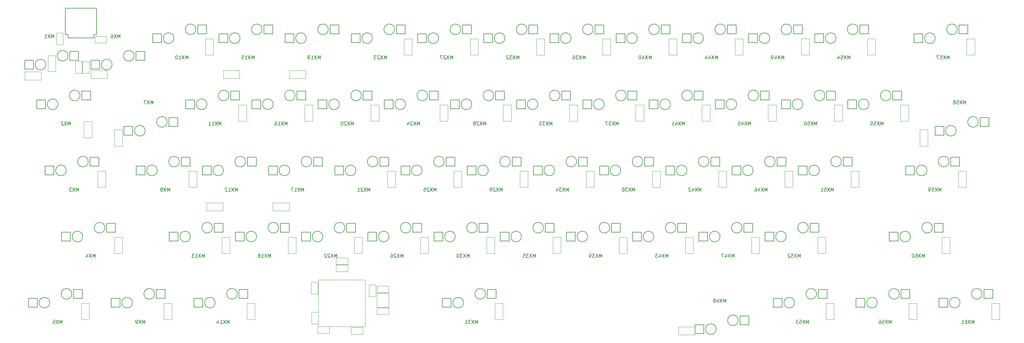
<source format=gbr>
%TF.GenerationSoftware,KiCad,Pcbnew,(5.1.10)-1*%
%TF.CreationDate,2021-07-03T15:19:39+09:00*%
%TF.ProjectId,pcb,7063622e-6b69-4636-9164-5f7063625858,rev?*%
%TF.SameCoordinates,Original*%
%TF.FileFunction,Other,User*%
%FSLAX46Y46*%
G04 Gerber Fmt 4.6, Leading zero omitted, Abs format (unit mm)*
G04 Created by KiCad (PCBNEW (5.1.10)-1) date 2021-07-03 15:19:39*
%MOMM*%
%LPD*%
G01*
G04 APERTURE LIST*
%ADD10C,0.050000*%
%ADD11C,0.150000*%
G04 APERTURE END LIST*
D10*
%TO.C,Y1*%
X130954250Y-104199000D02*
X130954250Y-108399000D01*
X127554250Y-104199000D02*
X130954250Y-104199000D01*
X127554250Y-108399000D02*
X127554250Y-104199000D01*
X130954250Y-108399000D02*
X127554250Y-108399000D01*
D11*
%TO.C,USB1*%
X46918000Y-29725000D02*
X46168000Y-29725000D01*
X46168000Y-30725000D02*
X46168000Y-29725000D01*
X38668000Y-30725000D02*
X46168000Y-30725000D01*
X38668000Y-29725000D02*
X38668000Y-30725000D01*
X37918000Y-22225000D02*
X37918000Y-29725000D01*
X46918000Y-22225000D02*
X37918000Y-22225000D01*
X46918000Y-29725000D02*
X46918000Y-22225000D01*
X37918000Y-29725000D02*
X38668000Y-29725000D01*
D10*
%TO.C,U2*%
X124175000Y-100456250D02*
X124175000Y-113856250D01*
X110775000Y-100456250D02*
X110775000Y-113856250D01*
X110775000Y-113856250D02*
X124175000Y-113856250D01*
X110775000Y-100456250D02*
X124175000Y-100456250D01*
%TO.C,R6*%
X113852750Y-113921500D02*
X110492750Y-113921500D01*
X113852750Y-115821500D02*
X113852750Y-113921500D01*
X110492750Y-115821500D02*
X113852750Y-115821500D01*
X110492750Y-113921500D02*
X110492750Y-115821500D01*
%TO.C,R5*%
X125319750Y-101888500D02*
X125319750Y-105248500D01*
X127219750Y-101888500D02*
X125319750Y-101888500D01*
X127219750Y-105248500D02*
X127219750Y-101888500D01*
X125319750Y-105248500D02*
X127219750Y-105248500D01*
%TO.C,R4*%
X42865000Y-37563000D02*
X42865000Y-40923000D01*
X44765000Y-37563000D02*
X42865000Y-37563000D01*
X44765000Y-40923000D02*
X44765000Y-37563000D01*
X42865000Y-40923000D02*
X44765000Y-40923000D01*
%TO.C,R3*%
X40833000Y-37539500D02*
X40833000Y-40899500D01*
X42733000Y-37539500D02*
X40833000Y-37539500D01*
X42733000Y-40899500D02*
X42733000Y-37539500D01*
X40833000Y-40899500D02*
X42733000Y-40899500D01*
%TO.C,R2*%
X46453000Y-32192000D02*
X49813000Y-32192000D01*
X46453000Y-30292000D02*
X46453000Y-32192000D01*
X49813000Y-30292000D02*
X46453000Y-30292000D01*
X49813000Y-32192000D02*
X49813000Y-30292000D01*
%TO.C,R1*%
X37272000Y-32668000D02*
X37272000Y-29308000D01*
X35372000Y-32668000D02*
X37272000Y-32668000D01*
X35372000Y-29308000D02*
X35372000Y-32668000D01*
X37272000Y-29308000D02*
X35372000Y-29308000D01*
D11*
%TO.C,MX61*%
X302228250Y-105727500D02*
X302228250Y-103187500D01*
X304768250Y-105727500D02*
X302228250Y-105727500D01*
X304768250Y-103187500D02*
X304768250Y-105727500D01*
X302228250Y-103187500D02*
X304768250Y-103187500D01*
X289274250Y-108267500D02*
X289274250Y-105727500D01*
X291814250Y-108267500D02*
X289274250Y-108267500D01*
X291814250Y-105727500D02*
X291814250Y-108267500D01*
X289274250Y-105727500D02*
X291814250Y-105727500D01*
X295370250Y-106997500D02*
G75*
G03*
X295370250Y-106997500I-1524000J0D01*
G01*
X301720250Y-104457500D02*
G75*
G03*
X301720250Y-104457500I-1524000J0D01*
G01*
%TO.C,MX60*%
X287940750Y-86677500D02*
X287940750Y-84137500D01*
X290480750Y-86677500D02*
X287940750Y-86677500D01*
X290480750Y-84137500D02*
X290480750Y-86677500D01*
X287940750Y-84137500D02*
X290480750Y-84137500D01*
X274986750Y-89217500D02*
X274986750Y-86677500D01*
X277526750Y-89217500D02*
X274986750Y-89217500D01*
X277526750Y-86677500D02*
X277526750Y-89217500D01*
X274986750Y-86677500D02*
X277526750Y-86677500D01*
X281082750Y-87947500D02*
G75*
G03*
X281082750Y-87947500I-1524000J0D01*
G01*
X287432750Y-85407500D02*
G75*
G03*
X287432750Y-85407500I-1524000J0D01*
G01*
%TO.C,MX59*%
X292703250Y-67627500D02*
X292703250Y-65087500D01*
X295243250Y-67627500D02*
X292703250Y-67627500D01*
X295243250Y-65087500D02*
X295243250Y-67627500D01*
X292703250Y-65087500D02*
X295243250Y-65087500D01*
X279749250Y-70167500D02*
X279749250Y-67627500D01*
X282289250Y-70167500D02*
X279749250Y-70167500D01*
X282289250Y-67627500D02*
X282289250Y-70167500D01*
X279749250Y-67627500D02*
X282289250Y-67627500D01*
X285845250Y-68897500D02*
G75*
G03*
X285845250Y-68897500I-1524000J0D01*
G01*
X292195250Y-66357500D02*
G75*
G03*
X292195250Y-66357500I-1524000J0D01*
G01*
%TO.C,MX58*%
X300609000Y-54927500D02*
G75*
G03*
X300609000Y-54927500I-1524000J0D01*
G01*
X294259000Y-57467500D02*
G75*
G03*
X294259000Y-57467500I-1524000J0D01*
G01*
X303657000Y-56197500D02*
X301117000Y-56197500D01*
X303657000Y-53657500D02*
X303657000Y-56197500D01*
X301117000Y-53657500D02*
X303657000Y-53657500D01*
X301117000Y-56197500D02*
X301117000Y-53657500D01*
X290703000Y-56197500D02*
X290703000Y-58737500D01*
X288163000Y-56197500D02*
X290703000Y-56197500D01*
X288163000Y-58737500D02*
X288163000Y-56197500D01*
X290703000Y-58737500D02*
X288163000Y-58737500D01*
%TO.C,MX57*%
X295084500Y-29527500D02*
X295084500Y-26987500D01*
X297624500Y-29527500D02*
X295084500Y-29527500D01*
X297624500Y-26987500D02*
X297624500Y-29527500D01*
X295084500Y-26987500D02*
X297624500Y-26987500D01*
X282130500Y-32067500D02*
X282130500Y-29527500D01*
X284670500Y-32067500D02*
X282130500Y-32067500D01*
X284670500Y-29527500D02*
X284670500Y-32067500D01*
X282130500Y-29527500D02*
X284670500Y-29527500D01*
X288226500Y-30797500D02*
G75*
G03*
X288226500Y-30797500I-1524000J0D01*
G01*
X294576500Y-28257500D02*
G75*
G03*
X294576500Y-28257500I-1524000J0D01*
G01*
%TO.C,MX56*%
X278415750Y-105727500D02*
X278415750Y-103187500D01*
X280955750Y-105727500D02*
X278415750Y-105727500D01*
X280955750Y-103187500D02*
X280955750Y-105727500D01*
X278415750Y-103187500D02*
X280955750Y-103187500D01*
X265461750Y-108267500D02*
X265461750Y-105727500D01*
X268001750Y-108267500D02*
X265461750Y-108267500D01*
X268001750Y-105727500D02*
X268001750Y-108267500D01*
X265461750Y-105727500D02*
X268001750Y-105727500D01*
X271557750Y-106997500D02*
G75*
G03*
X271557750Y-106997500I-1524000J0D01*
G01*
X277907750Y-104457500D02*
G75*
G03*
X277907750Y-104457500I-1524000J0D01*
G01*
%TO.C,MX55*%
X265620500Y-51117500D02*
X265620500Y-48577500D01*
X263080500Y-51117500D02*
X265620500Y-51117500D01*
X263080500Y-48577500D02*
X263080500Y-51117500D01*
X265620500Y-48577500D02*
X263080500Y-48577500D01*
X276034500Y-48577500D02*
X276034500Y-46037500D01*
X278574500Y-48577500D02*
X276034500Y-48577500D01*
X278574500Y-46037500D02*
X278574500Y-48577500D01*
X276034500Y-46037500D02*
X278574500Y-46037500D01*
X269176500Y-49847500D02*
G75*
G03*
X269176500Y-49847500I-1524000J0D01*
G01*
X275526500Y-47307500D02*
G75*
G03*
X275526500Y-47307500I-1524000J0D01*
G01*
%TO.C,MX54*%
X256095500Y-32067500D02*
X256095500Y-29527500D01*
X253555500Y-32067500D02*
X256095500Y-32067500D01*
X253555500Y-29527500D02*
X253555500Y-32067500D01*
X256095500Y-29527500D02*
X253555500Y-29527500D01*
X266509500Y-29527500D02*
X266509500Y-26987500D01*
X269049500Y-29527500D02*
X266509500Y-29527500D01*
X269049500Y-26987500D02*
X269049500Y-29527500D01*
X266509500Y-26987500D02*
X269049500Y-26987500D01*
X259651500Y-30797500D02*
G75*
G03*
X259651500Y-30797500I-1524000J0D01*
G01*
X266001500Y-28257500D02*
G75*
G03*
X266001500Y-28257500I-1524000J0D01*
G01*
%TO.C,MX53*%
X254603250Y-105727500D02*
X254603250Y-103187500D01*
X257143250Y-105727500D02*
X254603250Y-105727500D01*
X257143250Y-103187500D02*
X257143250Y-105727500D01*
X254603250Y-103187500D02*
X257143250Y-103187500D01*
X241649250Y-108267500D02*
X241649250Y-105727500D01*
X244189250Y-108267500D02*
X241649250Y-108267500D01*
X244189250Y-105727500D02*
X244189250Y-108267500D01*
X241649250Y-105727500D02*
X244189250Y-105727500D01*
X247745250Y-106997500D02*
G75*
G03*
X247745250Y-106997500I-1524000J0D01*
G01*
X254095250Y-104457500D02*
G75*
G03*
X254095250Y-104457500I-1524000J0D01*
G01*
%TO.C,MX52*%
X241808000Y-89217500D02*
X241808000Y-86677500D01*
X239268000Y-89217500D02*
X241808000Y-89217500D01*
X239268000Y-86677500D02*
X239268000Y-89217500D01*
X241808000Y-86677500D02*
X239268000Y-86677500D01*
X252222000Y-86677500D02*
X252222000Y-84137500D01*
X254762000Y-86677500D02*
X252222000Y-86677500D01*
X254762000Y-84137500D02*
X254762000Y-86677500D01*
X252222000Y-84137500D02*
X254762000Y-84137500D01*
X245364000Y-87947500D02*
G75*
G03*
X245364000Y-87947500I-1524000J0D01*
G01*
X251714000Y-85407500D02*
G75*
G03*
X251714000Y-85407500I-1524000J0D01*
G01*
%TO.C,MX51*%
X251333000Y-70167500D02*
X251333000Y-67627500D01*
X248793000Y-70167500D02*
X251333000Y-70167500D01*
X248793000Y-67627500D02*
X248793000Y-70167500D01*
X251333000Y-67627500D02*
X248793000Y-67627500D01*
X261747000Y-67627500D02*
X261747000Y-65087500D01*
X264287000Y-67627500D02*
X261747000Y-67627500D01*
X264287000Y-65087500D02*
X264287000Y-67627500D01*
X261747000Y-65087500D02*
X264287000Y-65087500D01*
X254889000Y-68897500D02*
G75*
G03*
X254889000Y-68897500I-1524000J0D01*
G01*
X261239000Y-66357500D02*
G75*
G03*
X261239000Y-66357500I-1524000J0D01*
G01*
%TO.C,MX50*%
X246570500Y-51117500D02*
X246570500Y-48577500D01*
X244030500Y-51117500D02*
X246570500Y-51117500D01*
X244030500Y-48577500D02*
X244030500Y-51117500D01*
X246570500Y-48577500D02*
X244030500Y-48577500D01*
X256984500Y-48577500D02*
X256984500Y-46037500D01*
X259524500Y-48577500D02*
X256984500Y-48577500D01*
X259524500Y-46037500D02*
X259524500Y-48577500D01*
X256984500Y-46037500D02*
X259524500Y-46037500D01*
X250126500Y-49847500D02*
G75*
G03*
X250126500Y-49847500I-1524000J0D01*
G01*
X256476500Y-47307500D02*
G75*
G03*
X256476500Y-47307500I-1524000J0D01*
G01*
%TO.C,MX49*%
X237045500Y-32067500D02*
X237045500Y-29527500D01*
X234505500Y-32067500D02*
X237045500Y-32067500D01*
X234505500Y-29527500D02*
X234505500Y-32067500D01*
X237045500Y-29527500D02*
X234505500Y-29527500D01*
X247459500Y-29527500D02*
X247459500Y-26987500D01*
X249999500Y-29527500D02*
X247459500Y-29527500D01*
X249999500Y-26987500D02*
X249999500Y-29527500D01*
X247459500Y-26987500D02*
X249999500Y-26987500D01*
X240601500Y-30797500D02*
G75*
G03*
X240601500Y-30797500I-1524000J0D01*
G01*
X246951500Y-28257500D02*
G75*
G03*
X246951500Y-28257500I-1524000J0D01*
G01*
%TO.C,MX48*%
X221646750Y-113347500D02*
X221646750Y-115887500D01*
X219106750Y-113347500D02*
X221646750Y-113347500D01*
X219106750Y-115887500D02*
X219106750Y-113347500D01*
X221646750Y-115887500D02*
X219106750Y-115887500D01*
X234600750Y-110807500D02*
X234600750Y-113347500D01*
X232060750Y-110807500D02*
X234600750Y-110807500D01*
X232060750Y-113347500D02*
X232060750Y-110807500D01*
X234600750Y-113347500D02*
X232060750Y-113347500D01*
X231552750Y-112077500D02*
G75*
G03*
X231552750Y-112077500I-1524000J0D01*
G01*
X225202750Y-114617500D02*
G75*
G03*
X225202750Y-114617500I-1524000J0D01*
G01*
%TO.C,MX47*%
X222758000Y-89217500D02*
X222758000Y-86677500D01*
X220218000Y-89217500D02*
X222758000Y-89217500D01*
X220218000Y-86677500D02*
X220218000Y-89217500D01*
X222758000Y-86677500D02*
X220218000Y-86677500D01*
X233172000Y-86677500D02*
X233172000Y-84137500D01*
X235712000Y-86677500D02*
X233172000Y-86677500D01*
X235712000Y-84137500D02*
X235712000Y-86677500D01*
X233172000Y-84137500D02*
X235712000Y-84137500D01*
X226314000Y-87947500D02*
G75*
G03*
X226314000Y-87947500I-1524000J0D01*
G01*
X232664000Y-85407500D02*
G75*
G03*
X232664000Y-85407500I-1524000J0D01*
G01*
%TO.C,MX46*%
X232283000Y-70167500D02*
X232283000Y-67627500D01*
X229743000Y-70167500D02*
X232283000Y-70167500D01*
X229743000Y-67627500D02*
X229743000Y-70167500D01*
X232283000Y-67627500D02*
X229743000Y-67627500D01*
X242697000Y-67627500D02*
X242697000Y-65087500D01*
X245237000Y-67627500D02*
X242697000Y-67627500D01*
X245237000Y-65087500D02*
X245237000Y-67627500D01*
X242697000Y-65087500D02*
X245237000Y-65087500D01*
X235839000Y-68897500D02*
G75*
G03*
X235839000Y-68897500I-1524000J0D01*
G01*
X242189000Y-66357500D02*
G75*
G03*
X242189000Y-66357500I-1524000J0D01*
G01*
%TO.C,MX45*%
X227520500Y-51117500D02*
X227520500Y-48577500D01*
X224980500Y-51117500D02*
X227520500Y-51117500D01*
X224980500Y-48577500D02*
X224980500Y-51117500D01*
X227520500Y-48577500D02*
X224980500Y-48577500D01*
X237934500Y-48577500D02*
X237934500Y-46037500D01*
X240474500Y-48577500D02*
X237934500Y-48577500D01*
X240474500Y-46037500D02*
X240474500Y-48577500D01*
X237934500Y-46037500D02*
X240474500Y-46037500D01*
X231076500Y-49847500D02*
G75*
G03*
X231076500Y-49847500I-1524000J0D01*
G01*
X237426500Y-47307500D02*
G75*
G03*
X237426500Y-47307500I-1524000J0D01*
G01*
%TO.C,MX44*%
X217995500Y-32067500D02*
X217995500Y-29527500D01*
X215455500Y-32067500D02*
X217995500Y-32067500D01*
X215455500Y-29527500D02*
X215455500Y-32067500D01*
X217995500Y-29527500D02*
X215455500Y-29527500D01*
X228409500Y-29527500D02*
X228409500Y-26987500D01*
X230949500Y-29527500D02*
X228409500Y-29527500D01*
X230949500Y-26987500D02*
X230949500Y-29527500D01*
X228409500Y-26987500D02*
X230949500Y-26987500D01*
X221551500Y-30797500D02*
G75*
G03*
X221551500Y-30797500I-1524000J0D01*
G01*
X227901500Y-28257500D02*
G75*
G03*
X227901500Y-28257500I-1524000J0D01*
G01*
%TO.C,MX43*%
X203708000Y-89217500D02*
X203708000Y-86677500D01*
X201168000Y-89217500D02*
X203708000Y-89217500D01*
X201168000Y-86677500D02*
X201168000Y-89217500D01*
X203708000Y-86677500D02*
X201168000Y-86677500D01*
X214122000Y-86677500D02*
X214122000Y-84137500D01*
X216662000Y-86677500D02*
X214122000Y-86677500D01*
X216662000Y-84137500D02*
X216662000Y-86677500D01*
X214122000Y-84137500D02*
X216662000Y-84137500D01*
X207264000Y-87947500D02*
G75*
G03*
X207264000Y-87947500I-1524000J0D01*
G01*
X213614000Y-85407500D02*
G75*
G03*
X213614000Y-85407500I-1524000J0D01*
G01*
%TO.C,MX42*%
X213233000Y-70167500D02*
X213233000Y-67627500D01*
X210693000Y-70167500D02*
X213233000Y-70167500D01*
X210693000Y-67627500D02*
X210693000Y-70167500D01*
X213233000Y-67627500D02*
X210693000Y-67627500D01*
X223647000Y-67627500D02*
X223647000Y-65087500D01*
X226187000Y-67627500D02*
X223647000Y-67627500D01*
X226187000Y-65087500D02*
X226187000Y-67627500D01*
X223647000Y-65087500D02*
X226187000Y-65087500D01*
X216789000Y-68897500D02*
G75*
G03*
X216789000Y-68897500I-1524000J0D01*
G01*
X223139000Y-66357500D02*
G75*
G03*
X223139000Y-66357500I-1524000J0D01*
G01*
%TO.C,MX41*%
X208470500Y-51117500D02*
X208470500Y-48577500D01*
X205930500Y-51117500D02*
X208470500Y-51117500D01*
X205930500Y-48577500D02*
X205930500Y-51117500D01*
X208470500Y-48577500D02*
X205930500Y-48577500D01*
X218884500Y-48577500D02*
X218884500Y-46037500D01*
X221424500Y-48577500D02*
X218884500Y-48577500D01*
X221424500Y-46037500D02*
X221424500Y-48577500D01*
X218884500Y-46037500D02*
X221424500Y-46037500D01*
X212026500Y-49847500D02*
G75*
G03*
X212026500Y-49847500I-1524000J0D01*
G01*
X218376500Y-47307500D02*
G75*
G03*
X218376500Y-47307500I-1524000J0D01*
G01*
%TO.C,MX40*%
X198945500Y-32067500D02*
X198945500Y-29527500D01*
X196405500Y-32067500D02*
X198945500Y-32067500D01*
X196405500Y-29527500D02*
X196405500Y-32067500D01*
X198945500Y-29527500D02*
X196405500Y-29527500D01*
X209359500Y-29527500D02*
X209359500Y-26987500D01*
X211899500Y-29527500D02*
X209359500Y-29527500D01*
X211899500Y-26987500D02*
X211899500Y-29527500D01*
X209359500Y-26987500D02*
X211899500Y-26987500D01*
X202501500Y-30797500D02*
G75*
G03*
X202501500Y-30797500I-1524000J0D01*
G01*
X208851500Y-28257500D02*
G75*
G03*
X208851500Y-28257500I-1524000J0D01*
G01*
%TO.C,MX39*%
X184658000Y-89217500D02*
X184658000Y-86677500D01*
X182118000Y-89217500D02*
X184658000Y-89217500D01*
X182118000Y-86677500D02*
X182118000Y-89217500D01*
X184658000Y-86677500D02*
X182118000Y-86677500D01*
X195072000Y-86677500D02*
X195072000Y-84137500D01*
X197612000Y-86677500D02*
X195072000Y-86677500D01*
X197612000Y-84137500D02*
X197612000Y-86677500D01*
X195072000Y-84137500D02*
X197612000Y-84137500D01*
X188214000Y-87947500D02*
G75*
G03*
X188214000Y-87947500I-1524000J0D01*
G01*
X194564000Y-85407500D02*
G75*
G03*
X194564000Y-85407500I-1524000J0D01*
G01*
%TO.C,MX38*%
X194183000Y-70167500D02*
X194183000Y-67627500D01*
X191643000Y-70167500D02*
X194183000Y-70167500D01*
X191643000Y-67627500D02*
X191643000Y-70167500D01*
X194183000Y-67627500D02*
X191643000Y-67627500D01*
X204597000Y-67627500D02*
X204597000Y-65087500D01*
X207137000Y-67627500D02*
X204597000Y-67627500D01*
X207137000Y-65087500D02*
X207137000Y-67627500D01*
X204597000Y-65087500D02*
X207137000Y-65087500D01*
X197739000Y-68897500D02*
G75*
G03*
X197739000Y-68897500I-1524000J0D01*
G01*
X204089000Y-66357500D02*
G75*
G03*
X204089000Y-66357500I-1524000J0D01*
G01*
%TO.C,MX37*%
X189420500Y-51117500D02*
X189420500Y-48577500D01*
X186880500Y-51117500D02*
X189420500Y-51117500D01*
X186880500Y-48577500D02*
X186880500Y-51117500D01*
X189420500Y-48577500D02*
X186880500Y-48577500D01*
X199834500Y-48577500D02*
X199834500Y-46037500D01*
X202374500Y-48577500D02*
X199834500Y-48577500D01*
X202374500Y-46037500D02*
X202374500Y-48577500D01*
X199834500Y-46037500D02*
X202374500Y-46037500D01*
X192976500Y-49847500D02*
G75*
G03*
X192976500Y-49847500I-1524000J0D01*
G01*
X199326500Y-47307500D02*
G75*
G03*
X199326500Y-47307500I-1524000J0D01*
G01*
%TO.C,MX36*%
X179895500Y-32067500D02*
X179895500Y-29527500D01*
X177355500Y-32067500D02*
X179895500Y-32067500D01*
X177355500Y-29527500D02*
X177355500Y-32067500D01*
X179895500Y-29527500D02*
X177355500Y-29527500D01*
X190309500Y-29527500D02*
X190309500Y-26987500D01*
X192849500Y-29527500D02*
X190309500Y-29527500D01*
X192849500Y-26987500D02*
X192849500Y-29527500D01*
X190309500Y-26987500D02*
X192849500Y-26987500D01*
X183451500Y-30797500D02*
G75*
G03*
X183451500Y-30797500I-1524000J0D01*
G01*
X189801500Y-28257500D02*
G75*
G03*
X189801500Y-28257500I-1524000J0D01*
G01*
%TO.C,MX35*%
X165608000Y-89217500D02*
X165608000Y-86677500D01*
X163068000Y-89217500D02*
X165608000Y-89217500D01*
X163068000Y-86677500D02*
X163068000Y-89217500D01*
X165608000Y-86677500D02*
X163068000Y-86677500D01*
X176022000Y-86677500D02*
X176022000Y-84137500D01*
X178562000Y-86677500D02*
X176022000Y-86677500D01*
X178562000Y-84137500D02*
X178562000Y-86677500D01*
X176022000Y-84137500D02*
X178562000Y-84137500D01*
X169164000Y-87947500D02*
G75*
G03*
X169164000Y-87947500I-1524000J0D01*
G01*
X175514000Y-85407500D02*
G75*
G03*
X175514000Y-85407500I-1524000J0D01*
G01*
%TO.C,MX34*%
X175133000Y-70167500D02*
X175133000Y-67627500D01*
X172593000Y-70167500D02*
X175133000Y-70167500D01*
X172593000Y-67627500D02*
X172593000Y-70167500D01*
X175133000Y-67627500D02*
X172593000Y-67627500D01*
X185547000Y-67627500D02*
X185547000Y-65087500D01*
X188087000Y-67627500D02*
X185547000Y-67627500D01*
X188087000Y-65087500D02*
X188087000Y-67627500D01*
X185547000Y-65087500D02*
X188087000Y-65087500D01*
X178689000Y-68897500D02*
G75*
G03*
X178689000Y-68897500I-1524000J0D01*
G01*
X185039000Y-66357500D02*
G75*
G03*
X185039000Y-66357500I-1524000J0D01*
G01*
%TO.C,MX33*%
X170370500Y-51117500D02*
X170370500Y-48577500D01*
X167830500Y-51117500D02*
X170370500Y-51117500D01*
X167830500Y-48577500D02*
X167830500Y-51117500D01*
X170370500Y-48577500D02*
X167830500Y-48577500D01*
X180784500Y-48577500D02*
X180784500Y-46037500D01*
X183324500Y-48577500D02*
X180784500Y-48577500D01*
X183324500Y-46037500D02*
X183324500Y-48577500D01*
X180784500Y-46037500D02*
X183324500Y-46037500D01*
X173926500Y-49847500D02*
G75*
G03*
X173926500Y-49847500I-1524000J0D01*
G01*
X180276500Y-47307500D02*
G75*
G03*
X180276500Y-47307500I-1524000J0D01*
G01*
%TO.C,MX32*%
X160845500Y-32067500D02*
X160845500Y-29527500D01*
X158305500Y-32067500D02*
X160845500Y-32067500D01*
X158305500Y-29527500D02*
X158305500Y-32067500D01*
X160845500Y-29527500D02*
X158305500Y-29527500D01*
X171259500Y-29527500D02*
X171259500Y-26987500D01*
X173799500Y-29527500D02*
X171259500Y-29527500D01*
X173799500Y-26987500D02*
X173799500Y-29527500D01*
X171259500Y-26987500D02*
X173799500Y-26987500D01*
X164401500Y-30797500D02*
G75*
G03*
X164401500Y-30797500I-1524000J0D01*
G01*
X170751500Y-28257500D02*
G75*
G03*
X170751500Y-28257500I-1524000J0D01*
G01*
%TO.C,MX31*%
X159353250Y-105727500D02*
X159353250Y-103187500D01*
X161893250Y-105727500D02*
X159353250Y-105727500D01*
X161893250Y-103187500D02*
X161893250Y-105727500D01*
X159353250Y-103187500D02*
X161893250Y-103187500D01*
X146399250Y-108267500D02*
X146399250Y-105727500D01*
X148939250Y-108267500D02*
X146399250Y-108267500D01*
X148939250Y-105727500D02*
X148939250Y-108267500D01*
X146399250Y-105727500D02*
X148939250Y-105727500D01*
X152495250Y-106997500D02*
G75*
G03*
X152495250Y-106997500I-1524000J0D01*
G01*
X158845250Y-104457500D02*
G75*
G03*
X158845250Y-104457500I-1524000J0D01*
G01*
%TO.C,MX30*%
X146558000Y-89217500D02*
X146558000Y-86677500D01*
X144018000Y-89217500D02*
X146558000Y-89217500D01*
X144018000Y-86677500D02*
X144018000Y-89217500D01*
X146558000Y-86677500D02*
X144018000Y-86677500D01*
X156972000Y-86677500D02*
X156972000Y-84137500D01*
X159512000Y-86677500D02*
X156972000Y-86677500D01*
X159512000Y-84137500D02*
X159512000Y-86677500D01*
X156972000Y-84137500D02*
X159512000Y-84137500D01*
X150114000Y-87947500D02*
G75*
G03*
X150114000Y-87947500I-1524000J0D01*
G01*
X156464000Y-85407500D02*
G75*
G03*
X156464000Y-85407500I-1524000J0D01*
G01*
%TO.C,MX29*%
X156083000Y-70167500D02*
X156083000Y-67627500D01*
X153543000Y-70167500D02*
X156083000Y-70167500D01*
X153543000Y-67627500D02*
X153543000Y-70167500D01*
X156083000Y-67627500D02*
X153543000Y-67627500D01*
X166497000Y-67627500D02*
X166497000Y-65087500D01*
X169037000Y-67627500D02*
X166497000Y-67627500D01*
X169037000Y-65087500D02*
X169037000Y-67627500D01*
X166497000Y-65087500D02*
X169037000Y-65087500D01*
X159639000Y-68897500D02*
G75*
G03*
X159639000Y-68897500I-1524000J0D01*
G01*
X165989000Y-66357500D02*
G75*
G03*
X165989000Y-66357500I-1524000J0D01*
G01*
%TO.C,MX28*%
X151320500Y-51117500D02*
X151320500Y-48577500D01*
X148780500Y-51117500D02*
X151320500Y-51117500D01*
X148780500Y-48577500D02*
X148780500Y-51117500D01*
X151320500Y-48577500D02*
X148780500Y-48577500D01*
X161734500Y-48577500D02*
X161734500Y-46037500D01*
X164274500Y-48577500D02*
X161734500Y-48577500D01*
X164274500Y-46037500D02*
X164274500Y-48577500D01*
X161734500Y-46037500D02*
X164274500Y-46037500D01*
X154876500Y-49847500D02*
G75*
G03*
X154876500Y-49847500I-1524000J0D01*
G01*
X161226500Y-47307500D02*
G75*
G03*
X161226500Y-47307500I-1524000J0D01*
G01*
%TO.C,MX27*%
X141795500Y-32067500D02*
X141795500Y-29527500D01*
X139255500Y-32067500D02*
X141795500Y-32067500D01*
X139255500Y-29527500D02*
X139255500Y-32067500D01*
X141795500Y-29527500D02*
X139255500Y-29527500D01*
X152209500Y-29527500D02*
X152209500Y-26987500D01*
X154749500Y-29527500D02*
X152209500Y-29527500D01*
X154749500Y-26987500D02*
X154749500Y-29527500D01*
X152209500Y-26987500D02*
X154749500Y-26987500D01*
X145351500Y-30797500D02*
G75*
G03*
X145351500Y-30797500I-1524000J0D01*
G01*
X151701500Y-28257500D02*
G75*
G03*
X151701500Y-28257500I-1524000J0D01*
G01*
%TO.C,MX26*%
X127508000Y-89217500D02*
X127508000Y-86677500D01*
X124968000Y-89217500D02*
X127508000Y-89217500D01*
X124968000Y-86677500D02*
X124968000Y-89217500D01*
X127508000Y-86677500D02*
X124968000Y-86677500D01*
X137922000Y-86677500D02*
X137922000Y-84137500D01*
X140462000Y-86677500D02*
X137922000Y-86677500D01*
X140462000Y-84137500D02*
X140462000Y-86677500D01*
X137922000Y-84137500D02*
X140462000Y-84137500D01*
X131064000Y-87947500D02*
G75*
G03*
X131064000Y-87947500I-1524000J0D01*
G01*
X137414000Y-85407500D02*
G75*
G03*
X137414000Y-85407500I-1524000J0D01*
G01*
%TO.C,MX25*%
X137033000Y-70167500D02*
X137033000Y-67627500D01*
X134493000Y-70167500D02*
X137033000Y-70167500D01*
X134493000Y-67627500D02*
X134493000Y-70167500D01*
X137033000Y-67627500D02*
X134493000Y-67627500D01*
X147447000Y-67627500D02*
X147447000Y-65087500D01*
X149987000Y-67627500D02*
X147447000Y-67627500D01*
X149987000Y-65087500D02*
X149987000Y-67627500D01*
X147447000Y-65087500D02*
X149987000Y-65087500D01*
X140589000Y-68897500D02*
G75*
G03*
X140589000Y-68897500I-1524000J0D01*
G01*
X146939000Y-66357500D02*
G75*
G03*
X146939000Y-66357500I-1524000J0D01*
G01*
%TO.C,MX24*%
X132270500Y-51117500D02*
X132270500Y-48577500D01*
X129730500Y-51117500D02*
X132270500Y-51117500D01*
X129730500Y-48577500D02*
X129730500Y-51117500D01*
X132270500Y-48577500D02*
X129730500Y-48577500D01*
X142684500Y-48577500D02*
X142684500Y-46037500D01*
X145224500Y-48577500D02*
X142684500Y-48577500D01*
X145224500Y-46037500D02*
X145224500Y-48577500D01*
X142684500Y-46037500D02*
X145224500Y-46037500D01*
X135826500Y-49847500D02*
G75*
G03*
X135826500Y-49847500I-1524000J0D01*
G01*
X142176500Y-47307500D02*
G75*
G03*
X142176500Y-47307500I-1524000J0D01*
G01*
%TO.C,MX23*%
X122745500Y-32067500D02*
X122745500Y-29527500D01*
X120205500Y-32067500D02*
X122745500Y-32067500D01*
X120205500Y-29527500D02*
X120205500Y-32067500D01*
X122745500Y-29527500D02*
X120205500Y-29527500D01*
X133159500Y-29527500D02*
X133159500Y-26987500D01*
X135699500Y-29527500D02*
X133159500Y-29527500D01*
X135699500Y-26987500D02*
X135699500Y-29527500D01*
X133159500Y-26987500D02*
X135699500Y-26987500D01*
X126301500Y-30797500D02*
G75*
G03*
X126301500Y-30797500I-1524000J0D01*
G01*
X132651500Y-28257500D02*
G75*
G03*
X132651500Y-28257500I-1524000J0D01*
G01*
%TO.C,MX22*%
X108458000Y-89217500D02*
X108458000Y-86677500D01*
X105918000Y-89217500D02*
X108458000Y-89217500D01*
X105918000Y-86677500D02*
X105918000Y-89217500D01*
X108458000Y-86677500D02*
X105918000Y-86677500D01*
X118872000Y-86677500D02*
X118872000Y-84137500D01*
X121412000Y-86677500D02*
X118872000Y-86677500D01*
X121412000Y-84137500D02*
X121412000Y-86677500D01*
X118872000Y-84137500D02*
X121412000Y-84137500D01*
X112014000Y-87947500D02*
G75*
G03*
X112014000Y-87947500I-1524000J0D01*
G01*
X118364000Y-85407500D02*
G75*
G03*
X118364000Y-85407500I-1524000J0D01*
G01*
%TO.C,MX21*%
X117983000Y-70167500D02*
X117983000Y-67627500D01*
X115443000Y-70167500D02*
X117983000Y-70167500D01*
X115443000Y-67627500D02*
X115443000Y-70167500D01*
X117983000Y-67627500D02*
X115443000Y-67627500D01*
X128397000Y-67627500D02*
X128397000Y-65087500D01*
X130937000Y-67627500D02*
X128397000Y-67627500D01*
X130937000Y-65087500D02*
X130937000Y-67627500D01*
X128397000Y-65087500D02*
X130937000Y-65087500D01*
X121539000Y-68897500D02*
G75*
G03*
X121539000Y-68897500I-1524000J0D01*
G01*
X127889000Y-66357500D02*
G75*
G03*
X127889000Y-66357500I-1524000J0D01*
G01*
%TO.C,MX20*%
X113220500Y-51117500D02*
X113220500Y-48577500D01*
X110680500Y-51117500D02*
X113220500Y-51117500D01*
X110680500Y-48577500D02*
X110680500Y-51117500D01*
X113220500Y-48577500D02*
X110680500Y-48577500D01*
X123634500Y-48577500D02*
X123634500Y-46037500D01*
X126174500Y-48577500D02*
X123634500Y-48577500D01*
X126174500Y-46037500D02*
X126174500Y-48577500D01*
X123634500Y-46037500D02*
X126174500Y-46037500D01*
X116776500Y-49847500D02*
G75*
G03*
X116776500Y-49847500I-1524000J0D01*
G01*
X123126500Y-47307500D02*
G75*
G03*
X123126500Y-47307500I-1524000J0D01*
G01*
%TO.C,MX19*%
X103695500Y-32067500D02*
X103695500Y-29527500D01*
X101155500Y-32067500D02*
X103695500Y-32067500D01*
X101155500Y-29527500D02*
X101155500Y-32067500D01*
X103695500Y-29527500D02*
X101155500Y-29527500D01*
X114109500Y-29527500D02*
X114109500Y-26987500D01*
X116649500Y-29527500D02*
X114109500Y-29527500D01*
X116649500Y-26987500D02*
X116649500Y-29527500D01*
X114109500Y-26987500D02*
X116649500Y-26987500D01*
X107251500Y-30797500D02*
G75*
G03*
X107251500Y-30797500I-1524000J0D01*
G01*
X113601500Y-28257500D02*
G75*
G03*
X113601500Y-28257500I-1524000J0D01*
G01*
%TO.C,MX18*%
X89408000Y-89217500D02*
X89408000Y-86677500D01*
X86868000Y-89217500D02*
X89408000Y-89217500D01*
X86868000Y-86677500D02*
X86868000Y-89217500D01*
X89408000Y-86677500D02*
X86868000Y-86677500D01*
X99822000Y-86677500D02*
X99822000Y-84137500D01*
X102362000Y-86677500D02*
X99822000Y-86677500D01*
X102362000Y-84137500D02*
X102362000Y-86677500D01*
X99822000Y-84137500D02*
X102362000Y-84137500D01*
X92964000Y-87947500D02*
G75*
G03*
X92964000Y-87947500I-1524000J0D01*
G01*
X99314000Y-85407500D02*
G75*
G03*
X99314000Y-85407500I-1524000J0D01*
G01*
%TO.C,MX17*%
X98933000Y-70167500D02*
X98933000Y-67627500D01*
X96393000Y-70167500D02*
X98933000Y-70167500D01*
X96393000Y-67627500D02*
X96393000Y-70167500D01*
X98933000Y-67627500D02*
X96393000Y-67627500D01*
X109347000Y-67627500D02*
X109347000Y-65087500D01*
X111887000Y-67627500D02*
X109347000Y-67627500D01*
X111887000Y-65087500D02*
X111887000Y-67627500D01*
X109347000Y-65087500D02*
X111887000Y-65087500D01*
X102489000Y-68897500D02*
G75*
G03*
X102489000Y-68897500I-1524000J0D01*
G01*
X108839000Y-66357500D02*
G75*
G03*
X108839000Y-66357500I-1524000J0D01*
G01*
%TO.C,MX16*%
X94170500Y-51117500D02*
X94170500Y-48577500D01*
X91630500Y-51117500D02*
X94170500Y-51117500D01*
X91630500Y-48577500D02*
X91630500Y-51117500D01*
X94170500Y-48577500D02*
X91630500Y-48577500D01*
X104584500Y-48577500D02*
X104584500Y-46037500D01*
X107124500Y-48577500D02*
X104584500Y-48577500D01*
X107124500Y-46037500D02*
X107124500Y-48577500D01*
X104584500Y-46037500D02*
X107124500Y-46037500D01*
X97726500Y-49847500D02*
G75*
G03*
X97726500Y-49847500I-1524000J0D01*
G01*
X104076500Y-47307500D02*
G75*
G03*
X104076500Y-47307500I-1524000J0D01*
G01*
%TO.C,MX15*%
X84645500Y-32067500D02*
X84645500Y-29527500D01*
X82105500Y-32067500D02*
X84645500Y-32067500D01*
X82105500Y-29527500D02*
X82105500Y-32067500D01*
X84645500Y-29527500D02*
X82105500Y-29527500D01*
X95059500Y-29527500D02*
X95059500Y-26987500D01*
X97599500Y-29527500D02*
X95059500Y-29527500D01*
X97599500Y-26987500D02*
X97599500Y-29527500D01*
X95059500Y-26987500D02*
X97599500Y-26987500D01*
X88201500Y-30797500D02*
G75*
G03*
X88201500Y-30797500I-1524000J0D01*
G01*
X94551500Y-28257500D02*
G75*
G03*
X94551500Y-28257500I-1524000J0D01*
G01*
%TO.C,MX14*%
X87915750Y-105727500D02*
X87915750Y-103187500D01*
X90455750Y-105727500D02*
X87915750Y-105727500D01*
X90455750Y-103187500D02*
X90455750Y-105727500D01*
X87915750Y-103187500D02*
X90455750Y-103187500D01*
X74961750Y-108267500D02*
X74961750Y-105727500D01*
X77501750Y-108267500D02*
X74961750Y-108267500D01*
X77501750Y-105727500D02*
X77501750Y-108267500D01*
X74961750Y-105727500D02*
X77501750Y-105727500D01*
X81057750Y-106997500D02*
G75*
G03*
X81057750Y-106997500I-1524000J0D01*
G01*
X87407750Y-104457500D02*
G75*
G03*
X87407750Y-104457500I-1524000J0D01*
G01*
%TO.C,MX13*%
X70358000Y-89217500D02*
X70358000Y-86677500D01*
X67818000Y-89217500D02*
X70358000Y-89217500D01*
X67818000Y-86677500D02*
X67818000Y-89217500D01*
X70358000Y-86677500D02*
X67818000Y-86677500D01*
X80772000Y-86677500D02*
X80772000Y-84137500D01*
X83312000Y-86677500D02*
X80772000Y-86677500D01*
X83312000Y-84137500D02*
X83312000Y-86677500D01*
X80772000Y-84137500D02*
X83312000Y-84137500D01*
X73914000Y-87947500D02*
G75*
G03*
X73914000Y-87947500I-1524000J0D01*
G01*
X80264000Y-85407500D02*
G75*
G03*
X80264000Y-85407500I-1524000J0D01*
G01*
%TO.C,MX12*%
X79883000Y-70167500D02*
X79883000Y-67627500D01*
X77343000Y-70167500D02*
X79883000Y-70167500D01*
X77343000Y-67627500D02*
X77343000Y-70167500D01*
X79883000Y-67627500D02*
X77343000Y-67627500D01*
X90297000Y-67627500D02*
X90297000Y-65087500D01*
X92837000Y-67627500D02*
X90297000Y-67627500D01*
X92837000Y-65087500D02*
X92837000Y-67627500D01*
X90297000Y-65087500D02*
X92837000Y-65087500D01*
X83439000Y-68897500D02*
G75*
G03*
X83439000Y-68897500I-1524000J0D01*
G01*
X89789000Y-66357500D02*
G75*
G03*
X89789000Y-66357500I-1524000J0D01*
G01*
%TO.C,MX11*%
X75120500Y-51117500D02*
X75120500Y-48577500D01*
X72580500Y-51117500D02*
X75120500Y-51117500D01*
X72580500Y-48577500D02*
X72580500Y-51117500D01*
X75120500Y-48577500D02*
X72580500Y-48577500D01*
X85534500Y-48577500D02*
X85534500Y-46037500D01*
X88074500Y-48577500D02*
X85534500Y-48577500D01*
X88074500Y-46037500D02*
X88074500Y-48577500D01*
X85534500Y-46037500D02*
X88074500Y-46037500D01*
X78676500Y-49847500D02*
G75*
G03*
X78676500Y-49847500I-1524000J0D01*
G01*
X85026500Y-47307500D02*
G75*
G03*
X85026500Y-47307500I-1524000J0D01*
G01*
%TO.C,MX10*%
X65595500Y-32067500D02*
X65595500Y-29527500D01*
X63055500Y-32067500D02*
X65595500Y-32067500D01*
X63055500Y-29527500D02*
X63055500Y-32067500D01*
X65595500Y-29527500D02*
X63055500Y-29527500D01*
X76009500Y-29527500D02*
X76009500Y-26987500D01*
X78549500Y-29527500D02*
X76009500Y-29527500D01*
X78549500Y-26987500D02*
X78549500Y-29527500D01*
X76009500Y-26987500D02*
X78549500Y-26987500D01*
X69151500Y-30797500D02*
G75*
G03*
X69151500Y-30797500I-1524000J0D01*
G01*
X75501500Y-28257500D02*
G75*
G03*
X75501500Y-28257500I-1524000J0D01*
G01*
%TO.C,MX9*%
X64103250Y-105727500D02*
X64103250Y-103187500D01*
X66643250Y-105727500D02*
X64103250Y-105727500D01*
X66643250Y-103187500D02*
X66643250Y-105727500D01*
X64103250Y-103187500D02*
X66643250Y-103187500D01*
X51149250Y-108267500D02*
X51149250Y-105727500D01*
X53689250Y-108267500D02*
X51149250Y-108267500D01*
X53689250Y-105727500D02*
X53689250Y-108267500D01*
X51149250Y-105727500D02*
X53689250Y-105727500D01*
X57245250Y-106997500D02*
G75*
G03*
X57245250Y-106997500I-1524000J0D01*
G01*
X63595250Y-104457500D02*
G75*
G03*
X63595250Y-104457500I-1524000J0D01*
G01*
%TO.C,MX8*%
X60833000Y-70167500D02*
X60833000Y-67627500D01*
X58293000Y-70167500D02*
X60833000Y-70167500D01*
X58293000Y-67627500D02*
X58293000Y-70167500D01*
X60833000Y-67627500D02*
X58293000Y-67627500D01*
X71247000Y-67627500D02*
X71247000Y-65087500D01*
X73787000Y-67627500D02*
X71247000Y-67627500D01*
X73787000Y-65087500D02*
X73787000Y-67627500D01*
X71247000Y-65087500D02*
X73787000Y-65087500D01*
X64389000Y-68897500D02*
G75*
G03*
X64389000Y-68897500I-1524000J0D01*
G01*
X70739000Y-66357500D02*
G75*
G03*
X70739000Y-66357500I-1524000J0D01*
G01*
%TO.C,MX7*%
X67754500Y-53657500D02*
X67754500Y-56197500D01*
X70294500Y-53657500D02*
X67754500Y-53657500D01*
X70294500Y-56197500D02*
X70294500Y-53657500D01*
X67754500Y-56197500D02*
X70294500Y-56197500D01*
X57340500Y-56197500D02*
X57340500Y-58737500D01*
X54800500Y-56197500D02*
X57340500Y-56197500D01*
X54800500Y-58737500D02*
X54800500Y-56197500D01*
X57340500Y-58737500D02*
X54800500Y-58737500D01*
X67246500Y-54927500D02*
G75*
G03*
X67246500Y-54927500I-1524000J0D01*
G01*
X60896500Y-57467500D02*
G75*
G03*
X60896500Y-57467500I-1524000J0D01*
G01*
%TO.C,MX6*%
X58229500Y-34607500D02*
X58229500Y-37147500D01*
X60769500Y-34607500D02*
X58229500Y-34607500D01*
X60769500Y-37147500D02*
X60769500Y-34607500D01*
X58229500Y-37147500D02*
X60769500Y-37147500D01*
X47815500Y-37147500D02*
X47815500Y-39687500D01*
X45275500Y-37147500D02*
X47815500Y-37147500D01*
X45275500Y-39687500D02*
X45275500Y-37147500D01*
X47815500Y-39687500D02*
X45275500Y-39687500D01*
X57721500Y-35877500D02*
G75*
G03*
X57721500Y-35877500I-1524000J0D01*
G01*
X51371500Y-38417500D02*
G75*
G03*
X51371500Y-38417500I-1524000J0D01*
G01*
%TO.C,MX5*%
X40290750Y-105727500D02*
X40290750Y-103187500D01*
X42830750Y-105727500D02*
X40290750Y-105727500D01*
X42830750Y-103187500D02*
X42830750Y-105727500D01*
X40290750Y-103187500D02*
X42830750Y-103187500D01*
X27336750Y-108267500D02*
X27336750Y-105727500D01*
X29876750Y-108267500D02*
X27336750Y-108267500D01*
X29876750Y-105727500D02*
X29876750Y-108267500D01*
X27336750Y-105727500D02*
X29876750Y-105727500D01*
X33432750Y-106997500D02*
G75*
G03*
X33432750Y-106997500I-1524000J0D01*
G01*
X39782750Y-104457500D02*
G75*
G03*
X39782750Y-104457500I-1524000J0D01*
G01*
%TO.C,MX4*%
X49815750Y-86677500D02*
X49815750Y-84137500D01*
X52355750Y-86677500D02*
X49815750Y-86677500D01*
X52355750Y-84137500D02*
X52355750Y-86677500D01*
X49815750Y-84137500D02*
X52355750Y-84137500D01*
X36861750Y-89217500D02*
X36861750Y-86677500D01*
X39401750Y-89217500D02*
X36861750Y-89217500D01*
X39401750Y-86677500D02*
X39401750Y-89217500D01*
X36861750Y-86677500D02*
X39401750Y-86677500D01*
X42957750Y-87947500D02*
G75*
G03*
X42957750Y-87947500I-1524000J0D01*
G01*
X49307750Y-85407500D02*
G75*
G03*
X49307750Y-85407500I-1524000J0D01*
G01*
%TO.C,MX3*%
X44545250Y-66357500D02*
G75*
G03*
X44545250Y-66357500I-1524000J0D01*
G01*
X38195250Y-68897500D02*
G75*
G03*
X38195250Y-68897500I-1524000J0D01*
G01*
X32099250Y-67627500D02*
X34639250Y-67627500D01*
X32099250Y-70167500D02*
X32099250Y-67627500D01*
X34639250Y-70167500D02*
X32099250Y-70167500D01*
X34639250Y-67627500D02*
X34639250Y-70167500D01*
X45053250Y-67627500D02*
X45053250Y-65087500D01*
X47593250Y-67627500D02*
X45053250Y-67627500D01*
X47593250Y-65087500D02*
X47593250Y-67627500D01*
X45053250Y-65087500D02*
X47593250Y-65087500D01*
%TO.C,MX2*%
X35814000Y-49847500D02*
G75*
G03*
X35814000Y-49847500I-1524000J0D01*
G01*
X42164000Y-47307500D02*
G75*
G03*
X42164000Y-47307500I-1524000J0D01*
G01*
X29718000Y-48577500D02*
X32258000Y-48577500D01*
X29718000Y-51117500D02*
X29718000Y-48577500D01*
X32258000Y-51117500D02*
X29718000Y-51117500D01*
X32258000Y-48577500D02*
X32258000Y-51117500D01*
X42672000Y-48577500D02*
X42672000Y-46037500D01*
X45212000Y-48577500D02*
X42672000Y-48577500D01*
X45212000Y-46037500D02*
X45212000Y-48577500D01*
X42672000Y-46037500D02*
X45212000Y-46037500D01*
%TO.C,MX1*%
X39179500Y-34607500D02*
X39179500Y-37147500D01*
X41719500Y-34607500D02*
X39179500Y-34607500D01*
X41719500Y-37147500D02*
X41719500Y-34607500D01*
X39179500Y-37147500D02*
X41719500Y-37147500D01*
X28765500Y-37147500D02*
X28765500Y-39687500D01*
X26225500Y-37147500D02*
X28765500Y-37147500D01*
X26225500Y-39687500D02*
X26225500Y-37147500D01*
X28765500Y-39687500D02*
X26225500Y-39687500D01*
X38671500Y-35877500D02*
G75*
G03*
X38671500Y-35877500I-1524000J0D01*
G01*
X32321500Y-38417500D02*
G75*
G03*
X32321500Y-38417500I-1524000J0D01*
G01*
D10*
%TO.C,F1*%
X32916000Y-35820000D02*
X32916000Y-40380000D01*
X35156000Y-35820000D02*
X32916000Y-35820000D01*
X35156000Y-40380000D02*
X35156000Y-35820000D01*
X32916000Y-40380000D02*
X35156000Y-40380000D01*
%TO.C,D61*%
X306743750Y-111887500D02*
X304443750Y-111887500D01*
X304443750Y-107187500D02*
X304443750Y-111887500D01*
X306743750Y-107187500D02*
X304443750Y-107187500D01*
X306743750Y-111887500D02*
X306743750Y-107187500D01*
%TO.C,D60*%
X292456250Y-92837500D02*
X290156250Y-92837500D01*
X290156250Y-88137500D02*
X290156250Y-92837500D01*
X292456250Y-88137500D02*
X290156250Y-88137500D01*
X292456250Y-92837500D02*
X292456250Y-88137500D01*
%TO.C,D59*%
X297218750Y-73787500D02*
X294918750Y-73787500D01*
X294918750Y-69087500D02*
X294918750Y-73787500D01*
X297218750Y-69087500D02*
X294918750Y-69087500D01*
X297218750Y-73787500D02*
X297218750Y-69087500D01*
%TO.C,D58*%
X286106250Y-61881250D02*
X283806250Y-61881250D01*
X283806250Y-57181250D02*
X283806250Y-61881250D01*
X286106250Y-57181250D02*
X283806250Y-57181250D01*
X286106250Y-61881250D02*
X286106250Y-57181250D01*
%TO.C,D57*%
X299600000Y-35687500D02*
X297300000Y-35687500D01*
X297300000Y-30987500D02*
X297300000Y-35687500D01*
X299600000Y-30987500D02*
X297300000Y-30987500D01*
X299600000Y-35687500D02*
X299600000Y-30987500D01*
%TO.C,D56*%
X282931250Y-111887500D02*
X280631250Y-111887500D01*
X280631250Y-107187500D02*
X280631250Y-111887500D01*
X282931250Y-107187500D02*
X280631250Y-107187500D01*
X282931250Y-111887500D02*
X282931250Y-107187500D01*
%TO.C,D55*%
X280550000Y-54737500D02*
X278250000Y-54737500D01*
X278250000Y-50037500D02*
X278250000Y-54737500D01*
X280550000Y-50037500D02*
X278250000Y-50037500D01*
X280550000Y-54737500D02*
X280550000Y-50037500D01*
%TO.C,D54*%
X271025000Y-35687500D02*
X268725000Y-35687500D01*
X268725000Y-30987500D02*
X268725000Y-35687500D01*
X271025000Y-30987500D02*
X268725000Y-30987500D01*
X271025000Y-35687500D02*
X271025000Y-30987500D01*
%TO.C,D53*%
X259118750Y-111887500D02*
X256818750Y-111887500D01*
X256818750Y-107187500D02*
X256818750Y-111887500D01*
X259118750Y-107187500D02*
X256818750Y-107187500D01*
X259118750Y-111887500D02*
X259118750Y-107187500D01*
%TO.C,D52*%
X256737500Y-92837500D02*
X254437500Y-92837500D01*
X254437500Y-88137500D02*
X254437500Y-92837500D01*
X256737500Y-88137500D02*
X254437500Y-88137500D01*
X256737500Y-92837500D02*
X256737500Y-88137500D01*
%TO.C,D51*%
X266262500Y-73787500D02*
X263962500Y-73787500D01*
X263962500Y-69087500D02*
X263962500Y-73787500D01*
X266262500Y-69087500D02*
X263962500Y-69087500D01*
X266262500Y-73787500D02*
X266262500Y-69087500D01*
%TO.C,D50*%
X261500000Y-54737500D02*
X259200000Y-54737500D01*
X259200000Y-50037500D02*
X259200000Y-54737500D01*
X261500000Y-50037500D02*
X259200000Y-50037500D01*
X261500000Y-54737500D02*
X261500000Y-50037500D01*
%TO.C,D49*%
X251975000Y-35687500D02*
X249675000Y-35687500D01*
X249675000Y-30987500D02*
X249675000Y-35687500D01*
X251975000Y-30987500D02*
X249675000Y-30987500D01*
X251975000Y-35687500D02*
X251975000Y-30987500D01*
%TO.C,D48*%
X214343750Y-116243750D02*
X214343750Y-113943750D01*
X219043750Y-113943750D02*
X214343750Y-113943750D01*
X219043750Y-116243750D02*
X219043750Y-113943750D01*
X214343750Y-116243750D02*
X219043750Y-116243750D01*
%TO.C,D47*%
X237687500Y-92837500D02*
X235387500Y-92837500D01*
X235387500Y-88137500D02*
X235387500Y-92837500D01*
X237687500Y-88137500D02*
X235387500Y-88137500D01*
X237687500Y-92837500D02*
X237687500Y-88137500D01*
%TO.C,D46*%
X247212500Y-73787500D02*
X244912500Y-73787500D01*
X244912500Y-69087500D02*
X244912500Y-73787500D01*
X247212500Y-69087500D02*
X244912500Y-69087500D01*
X247212500Y-73787500D02*
X247212500Y-69087500D01*
%TO.C,D45*%
X242450000Y-54737500D02*
X240150000Y-54737500D01*
X240150000Y-50037500D02*
X240150000Y-54737500D01*
X242450000Y-50037500D02*
X240150000Y-50037500D01*
X242450000Y-54737500D02*
X242450000Y-50037500D01*
%TO.C,D44*%
X232925000Y-35687500D02*
X230625000Y-35687500D01*
X230625000Y-30987500D02*
X230625000Y-35687500D01*
X232925000Y-30987500D02*
X230625000Y-30987500D01*
X232925000Y-35687500D02*
X232925000Y-30987500D01*
%TO.C,D43*%
X218637500Y-92837500D02*
X216337500Y-92837500D01*
X216337500Y-88137500D02*
X216337500Y-92837500D01*
X218637500Y-88137500D02*
X216337500Y-88137500D01*
X218637500Y-92837500D02*
X218637500Y-88137500D01*
%TO.C,D42*%
X228162500Y-73787500D02*
X225862500Y-73787500D01*
X225862500Y-69087500D02*
X225862500Y-73787500D01*
X228162500Y-69087500D02*
X225862500Y-69087500D01*
X228162500Y-73787500D02*
X228162500Y-69087500D01*
%TO.C,D41*%
X223400000Y-54737500D02*
X221100000Y-54737500D01*
X221100000Y-50037500D02*
X221100000Y-54737500D01*
X223400000Y-50037500D02*
X221100000Y-50037500D01*
X223400000Y-54737500D02*
X223400000Y-50037500D01*
%TO.C,D40*%
X213875000Y-35687500D02*
X211575000Y-35687500D01*
X211575000Y-30987500D02*
X211575000Y-35687500D01*
X213875000Y-30987500D02*
X211575000Y-30987500D01*
X213875000Y-35687500D02*
X213875000Y-30987500D01*
%TO.C,D39*%
X199587500Y-92837500D02*
X197287500Y-92837500D01*
X197287500Y-88137500D02*
X197287500Y-92837500D01*
X199587500Y-88137500D02*
X197287500Y-88137500D01*
X199587500Y-92837500D02*
X199587500Y-88137500D01*
%TO.C,D38*%
X209112500Y-73787500D02*
X206812500Y-73787500D01*
X206812500Y-69087500D02*
X206812500Y-73787500D01*
X209112500Y-69087500D02*
X206812500Y-69087500D01*
X209112500Y-73787500D02*
X209112500Y-69087500D01*
%TO.C,D37*%
X204350000Y-54737500D02*
X202050000Y-54737500D01*
X202050000Y-50037500D02*
X202050000Y-54737500D01*
X204350000Y-50037500D02*
X202050000Y-50037500D01*
X204350000Y-54737500D02*
X204350000Y-50037500D01*
%TO.C,D36*%
X194825000Y-35687500D02*
X192525000Y-35687500D01*
X192525000Y-30987500D02*
X192525000Y-35687500D01*
X194825000Y-30987500D02*
X192525000Y-30987500D01*
X194825000Y-35687500D02*
X194825000Y-30987500D01*
%TO.C,D35*%
X180537500Y-92837500D02*
X178237500Y-92837500D01*
X178237500Y-88137500D02*
X178237500Y-92837500D01*
X180537500Y-88137500D02*
X178237500Y-88137500D01*
X180537500Y-92837500D02*
X180537500Y-88137500D01*
%TO.C,D34*%
X190062500Y-73787500D02*
X187762500Y-73787500D01*
X187762500Y-69087500D02*
X187762500Y-73787500D01*
X190062500Y-69087500D02*
X187762500Y-69087500D01*
X190062500Y-73787500D02*
X190062500Y-69087500D01*
%TO.C,D33*%
X185300000Y-54737500D02*
X183000000Y-54737500D01*
X183000000Y-50037500D02*
X183000000Y-54737500D01*
X185300000Y-50037500D02*
X183000000Y-50037500D01*
X185300000Y-54737500D02*
X185300000Y-50037500D01*
%TO.C,D32*%
X175775000Y-35687500D02*
X173475000Y-35687500D01*
X173475000Y-30987500D02*
X173475000Y-35687500D01*
X175775000Y-30987500D02*
X173475000Y-30987500D01*
X175775000Y-35687500D02*
X175775000Y-30987500D01*
%TO.C,D31*%
X163868750Y-111887500D02*
X161568750Y-111887500D01*
X161568750Y-107187500D02*
X161568750Y-111887500D01*
X163868750Y-107187500D02*
X161568750Y-107187500D01*
X163868750Y-111887500D02*
X163868750Y-107187500D01*
%TO.C,D30*%
X161487500Y-92837500D02*
X159187500Y-92837500D01*
X159187500Y-88137500D02*
X159187500Y-92837500D01*
X161487500Y-88137500D02*
X159187500Y-88137500D01*
X161487500Y-92837500D02*
X161487500Y-88137500D01*
%TO.C,D29*%
X171012500Y-73787500D02*
X168712500Y-73787500D01*
X168712500Y-69087500D02*
X168712500Y-73787500D01*
X171012500Y-69087500D02*
X168712500Y-69087500D01*
X171012500Y-73787500D02*
X171012500Y-69087500D01*
%TO.C,D28*%
X166250000Y-54737500D02*
X163950000Y-54737500D01*
X163950000Y-50037500D02*
X163950000Y-54737500D01*
X166250000Y-50037500D02*
X163950000Y-50037500D01*
X166250000Y-54737500D02*
X166250000Y-50037500D01*
%TO.C,D27*%
X156725000Y-35687500D02*
X154425000Y-35687500D01*
X154425000Y-30987500D02*
X154425000Y-35687500D01*
X156725000Y-30987500D02*
X154425000Y-30987500D01*
X156725000Y-35687500D02*
X156725000Y-30987500D01*
%TO.C,D26*%
X142437500Y-92837500D02*
X140137500Y-92837500D01*
X140137500Y-88137500D02*
X140137500Y-92837500D01*
X142437500Y-88137500D02*
X140137500Y-88137500D01*
X142437500Y-92837500D02*
X142437500Y-88137500D01*
%TO.C,D25*%
X151962500Y-73787500D02*
X149662500Y-73787500D01*
X149662500Y-69087500D02*
X149662500Y-73787500D01*
X151962500Y-69087500D02*
X149662500Y-69087500D01*
X151962500Y-73787500D02*
X151962500Y-69087500D01*
%TO.C,D24*%
X147993750Y-54737500D02*
X145693750Y-54737500D01*
X145693750Y-50037500D02*
X145693750Y-54737500D01*
X147993750Y-50037500D02*
X145693750Y-50037500D01*
X147993750Y-54737500D02*
X147993750Y-50037500D01*
%TO.C,D23*%
X137675000Y-35687500D02*
X135375000Y-35687500D01*
X135375000Y-30987500D02*
X135375000Y-35687500D01*
X137675000Y-30987500D02*
X135375000Y-30987500D01*
X137675000Y-35687500D02*
X137675000Y-30987500D01*
%TO.C,D22*%
X123387500Y-92837500D02*
X121087500Y-92837500D01*
X121087500Y-88137500D02*
X121087500Y-92837500D01*
X123387500Y-88137500D02*
X121087500Y-88137500D01*
X123387500Y-92837500D02*
X123387500Y-88137500D01*
%TO.C,D21*%
X132912500Y-73787500D02*
X130612500Y-73787500D01*
X130612500Y-69087500D02*
X130612500Y-73787500D01*
X132912500Y-69087500D02*
X130612500Y-69087500D01*
X132912500Y-73787500D02*
X132912500Y-69087500D01*
%TO.C,D20*%
X128150000Y-54737500D02*
X125850000Y-54737500D01*
X125850000Y-50037500D02*
X125850000Y-54737500D01*
X128150000Y-50037500D02*
X125850000Y-50037500D01*
X128150000Y-54737500D02*
X128150000Y-50037500D01*
%TO.C,D19*%
X107125000Y-40125000D02*
X107125000Y-42425000D01*
X102425000Y-42425000D02*
X107125000Y-42425000D01*
X102425000Y-40125000D02*
X102425000Y-42425000D01*
X107125000Y-40125000D02*
X102425000Y-40125000D01*
%TO.C,D18*%
X104337500Y-92837500D02*
X102037500Y-92837500D01*
X102037500Y-88137500D02*
X102037500Y-92837500D01*
X104337500Y-88137500D02*
X102037500Y-88137500D01*
X104337500Y-92837500D02*
X104337500Y-88137500D01*
%TO.C,D17*%
X102362500Y-78225000D02*
X102362500Y-80525000D01*
X97662500Y-80525000D02*
X102362500Y-80525000D01*
X97662500Y-78225000D02*
X97662500Y-80525000D01*
X102362500Y-78225000D02*
X97662500Y-78225000D01*
%TO.C,D16*%
X109100000Y-54737500D02*
X106800000Y-54737500D01*
X106800000Y-50037500D02*
X106800000Y-54737500D01*
X109100000Y-50037500D02*
X106800000Y-50037500D01*
X109100000Y-54737500D02*
X109100000Y-50037500D01*
%TO.C,D15*%
X88075000Y-40125000D02*
X88075000Y-42425000D01*
X83375000Y-42425000D02*
X88075000Y-42425000D01*
X83375000Y-40125000D02*
X83375000Y-42425000D01*
X88075000Y-40125000D02*
X83375000Y-40125000D01*
%TO.C,D14*%
X92431250Y-111887500D02*
X90131250Y-111887500D01*
X90131250Y-107187500D02*
X90131250Y-111887500D01*
X92431250Y-107187500D02*
X90131250Y-107187500D01*
X92431250Y-111887500D02*
X92431250Y-107187500D01*
%TO.C,D13*%
X85287500Y-92837500D02*
X82987500Y-92837500D01*
X82987500Y-88137500D02*
X82987500Y-92837500D01*
X85287500Y-88137500D02*
X82987500Y-88137500D01*
X85287500Y-92837500D02*
X85287500Y-88137500D01*
%TO.C,D12*%
X83312500Y-78225000D02*
X83312500Y-80525000D01*
X78612500Y-80525000D02*
X83312500Y-80525000D01*
X78612500Y-78225000D02*
X78612500Y-80525000D01*
X83312500Y-78225000D02*
X78612500Y-78225000D01*
%TO.C,D11*%
X90050000Y-54737500D02*
X87750000Y-54737500D01*
X87750000Y-50037500D02*
X87750000Y-54737500D01*
X90050000Y-50037500D02*
X87750000Y-50037500D01*
X90050000Y-54737500D02*
X90050000Y-50037500D01*
%TO.C,D10*%
X80525000Y-35687500D02*
X78225000Y-35687500D01*
X78225000Y-30987500D02*
X78225000Y-35687500D01*
X80525000Y-30987500D02*
X78225000Y-30987500D01*
X80525000Y-35687500D02*
X80525000Y-30987500D01*
%TO.C,D9*%
X68618750Y-111887500D02*
X66318750Y-111887500D01*
X66318750Y-107187500D02*
X66318750Y-111887500D01*
X68618750Y-107187500D02*
X66318750Y-107187500D01*
X68618750Y-111887500D02*
X68618750Y-107187500D01*
%TO.C,D8*%
X75762500Y-73787500D02*
X73462500Y-73787500D01*
X73462500Y-69087500D02*
X73462500Y-73787500D01*
X75762500Y-69087500D02*
X73462500Y-69087500D01*
X75762500Y-73787500D02*
X75762500Y-69087500D01*
%TO.C,D7*%
X54331250Y-61881250D02*
X52031250Y-61881250D01*
X52031250Y-57181250D02*
X52031250Y-61881250D01*
X54331250Y-57181250D02*
X52031250Y-57181250D01*
X54331250Y-61881250D02*
X54331250Y-57181250D01*
%TO.C,D6*%
X49975000Y-40125000D02*
X49975000Y-42425000D01*
X45275000Y-42425000D02*
X49975000Y-42425000D01*
X45275000Y-40125000D02*
X45275000Y-42425000D01*
X49975000Y-40125000D02*
X45275000Y-40125000D01*
%TO.C,D5*%
X44806250Y-111887500D02*
X42506250Y-111887500D01*
X42506250Y-107187500D02*
X42506250Y-111887500D01*
X44806250Y-107187500D02*
X42506250Y-107187500D01*
X44806250Y-111887500D02*
X44806250Y-107187500D01*
%TO.C,D4*%
X54331250Y-92837500D02*
X52031250Y-92837500D01*
X52031250Y-88137500D02*
X52031250Y-92837500D01*
X54331250Y-88137500D02*
X52031250Y-88137500D01*
X54331250Y-92837500D02*
X54331250Y-88137500D01*
%TO.C,D3*%
X49568750Y-73787500D02*
X47268750Y-73787500D01*
X47268750Y-69087500D02*
X47268750Y-73787500D01*
X49568750Y-69087500D02*
X47268750Y-69087500D01*
X49568750Y-73787500D02*
X49568750Y-69087500D01*
%TO.C,D2*%
X45600000Y-59500000D02*
X43300000Y-59500000D01*
X43300000Y-54800000D02*
X43300000Y-59500000D01*
X45600000Y-54800000D02*
X43300000Y-54800000D01*
X45600000Y-59500000D02*
X45600000Y-54800000D01*
%TO.C,D1*%
X30987500Y-40506000D02*
X30987500Y-42806000D01*
X26287500Y-42806000D02*
X30987500Y-42806000D01*
X26287500Y-40506000D02*
X26287500Y-42806000D01*
X30987500Y-40506000D02*
X26287500Y-40506000D01*
%TO.C,C7*%
X115806750Y-96039500D02*
X119206750Y-96039500D01*
X115806750Y-94079500D02*
X115806750Y-96039500D01*
X119206750Y-94079500D02*
X115806750Y-94079500D01*
X119206750Y-96039500D02*
X119206750Y-94079500D01*
%TO.C,C6*%
X123524750Y-114145500D02*
X120124750Y-114145500D01*
X123524750Y-116105500D02*
X123524750Y-114145500D01*
X120124750Y-116105500D02*
X123524750Y-116105500D01*
X120124750Y-114145500D02*
X120124750Y-116105500D01*
%TO.C,C5*%
X115806750Y-98071500D02*
X119206750Y-98071500D01*
X115806750Y-96111500D02*
X115806750Y-98071500D01*
X119206750Y-96111500D02*
X115806750Y-96111500D01*
X119206750Y-98071500D02*
X119206750Y-96111500D01*
%TO.C,C4*%
X110612750Y-104506500D02*
X110612750Y-101106500D01*
X108652750Y-104506500D02*
X110612750Y-104506500D01*
X108652750Y-101106500D02*
X108652750Y-104506500D01*
X110612750Y-101106500D02*
X108652750Y-101106500D01*
%TO.C,C3*%
X108779750Y-109742500D02*
X108779750Y-113142500D01*
X110739750Y-109742500D02*
X108779750Y-109742500D01*
X110739750Y-113142500D02*
X110739750Y-109742500D01*
X108779750Y-113142500D02*
X110739750Y-113142500D01*
%TO.C,C2*%
X127617750Y-104167500D02*
X131017750Y-104167500D01*
X127617750Y-102207500D02*
X127617750Y-104167500D01*
X131017750Y-102207500D02*
X127617750Y-102207500D01*
X131017750Y-104167500D02*
X131017750Y-102207500D01*
%TO.C,C1*%
X130954250Y-108430500D02*
X127554250Y-108430500D01*
X130954250Y-110390500D02*
X130954250Y-108430500D01*
X127554250Y-110390500D02*
X130954250Y-110390500D01*
X127554250Y-108430500D02*
X127554250Y-110390500D01*
%TD*%
%TO.C,MX61*%
D11*
X299418154Y-113037880D02*
X299418154Y-112037880D01*
X299084821Y-112752166D01*
X298751488Y-112037880D01*
X298751488Y-113037880D01*
X298370535Y-112037880D02*
X297703869Y-113037880D01*
X297703869Y-112037880D02*
X298370535Y-113037880D01*
X296894345Y-112037880D02*
X297084821Y-112037880D01*
X297180059Y-112085500D01*
X297227678Y-112133119D01*
X297322916Y-112275976D01*
X297370535Y-112466452D01*
X297370535Y-112847404D01*
X297322916Y-112942642D01*
X297275297Y-112990261D01*
X297180059Y-113037880D01*
X296989583Y-113037880D01*
X296894345Y-112990261D01*
X296846726Y-112942642D01*
X296799107Y-112847404D01*
X296799107Y-112609309D01*
X296846726Y-112514071D01*
X296894345Y-112466452D01*
X296989583Y-112418833D01*
X297180059Y-112418833D01*
X297275297Y-112466452D01*
X297322916Y-112514071D01*
X297370535Y-112609309D01*
X295846726Y-113037880D02*
X296418154Y-113037880D01*
X296132440Y-113037880D02*
X296132440Y-112037880D01*
X296227678Y-112180738D01*
X296322916Y-112275976D01*
X296418154Y-112323595D01*
%TO.C,MX60*%
X285130654Y-93987880D02*
X285130654Y-92987880D01*
X284797321Y-93702166D01*
X284463988Y-92987880D01*
X284463988Y-93987880D01*
X284083035Y-92987880D02*
X283416369Y-93987880D01*
X283416369Y-92987880D02*
X284083035Y-93987880D01*
X282606845Y-92987880D02*
X282797321Y-92987880D01*
X282892559Y-93035500D01*
X282940178Y-93083119D01*
X283035416Y-93225976D01*
X283083035Y-93416452D01*
X283083035Y-93797404D01*
X283035416Y-93892642D01*
X282987797Y-93940261D01*
X282892559Y-93987880D01*
X282702083Y-93987880D01*
X282606845Y-93940261D01*
X282559226Y-93892642D01*
X282511607Y-93797404D01*
X282511607Y-93559309D01*
X282559226Y-93464071D01*
X282606845Y-93416452D01*
X282702083Y-93368833D01*
X282892559Y-93368833D01*
X282987797Y-93416452D01*
X283035416Y-93464071D01*
X283083035Y-93559309D01*
X281892559Y-92987880D02*
X281797321Y-92987880D01*
X281702083Y-93035500D01*
X281654464Y-93083119D01*
X281606845Y-93178357D01*
X281559226Y-93368833D01*
X281559226Y-93606928D01*
X281606845Y-93797404D01*
X281654464Y-93892642D01*
X281702083Y-93940261D01*
X281797321Y-93987880D01*
X281892559Y-93987880D01*
X281987797Y-93940261D01*
X282035416Y-93892642D01*
X282083035Y-93797404D01*
X282130654Y-93606928D01*
X282130654Y-93368833D01*
X282083035Y-93178357D01*
X282035416Y-93083119D01*
X281987797Y-93035500D01*
X281892559Y-92987880D01*
%TO.C,MX59*%
X289893154Y-74937880D02*
X289893154Y-73937880D01*
X289559821Y-74652166D01*
X289226488Y-73937880D01*
X289226488Y-74937880D01*
X288845535Y-73937880D02*
X288178869Y-74937880D01*
X288178869Y-73937880D02*
X288845535Y-74937880D01*
X287321726Y-73937880D02*
X287797916Y-73937880D01*
X287845535Y-74414071D01*
X287797916Y-74366452D01*
X287702678Y-74318833D01*
X287464583Y-74318833D01*
X287369345Y-74366452D01*
X287321726Y-74414071D01*
X287274107Y-74509309D01*
X287274107Y-74747404D01*
X287321726Y-74842642D01*
X287369345Y-74890261D01*
X287464583Y-74937880D01*
X287702678Y-74937880D01*
X287797916Y-74890261D01*
X287845535Y-74842642D01*
X286797916Y-74937880D02*
X286607440Y-74937880D01*
X286512202Y-74890261D01*
X286464583Y-74842642D01*
X286369345Y-74699785D01*
X286321726Y-74509309D01*
X286321726Y-74128357D01*
X286369345Y-74033119D01*
X286416964Y-73985500D01*
X286512202Y-73937880D01*
X286702678Y-73937880D01*
X286797916Y-73985500D01*
X286845535Y-74033119D01*
X286893154Y-74128357D01*
X286893154Y-74366452D01*
X286845535Y-74461690D01*
X286797916Y-74509309D01*
X286702678Y-74556928D01*
X286512202Y-74556928D01*
X286416964Y-74509309D01*
X286369345Y-74461690D01*
X286321726Y-74366452D01*
%TO.C,MX58*%
X297036904Y-49791880D02*
X297036904Y-48791880D01*
X296703571Y-49506166D01*
X296370238Y-48791880D01*
X296370238Y-49791880D01*
X295989285Y-48791880D02*
X295322619Y-49791880D01*
X295322619Y-48791880D02*
X295989285Y-49791880D01*
X294465476Y-48791880D02*
X294941666Y-48791880D01*
X294989285Y-49268071D01*
X294941666Y-49220452D01*
X294846428Y-49172833D01*
X294608333Y-49172833D01*
X294513095Y-49220452D01*
X294465476Y-49268071D01*
X294417857Y-49363309D01*
X294417857Y-49601404D01*
X294465476Y-49696642D01*
X294513095Y-49744261D01*
X294608333Y-49791880D01*
X294846428Y-49791880D01*
X294941666Y-49744261D01*
X294989285Y-49696642D01*
X293846428Y-49220452D02*
X293941666Y-49172833D01*
X293989285Y-49125214D01*
X294036904Y-49029976D01*
X294036904Y-48982357D01*
X293989285Y-48887119D01*
X293941666Y-48839500D01*
X293846428Y-48791880D01*
X293655952Y-48791880D01*
X293560714Y-48839500D01*
X293513095Y-48887119D01*
X293465476Y-48982357D01*
X293465476Y-49029976D01*
X293513095Y-49125214D01*
X293560714Y-49172833D01*
X293655952Y-49220452D01*
X293846428Y-49220452D01*
X293941666Y-49268071D01*
X293989285Y-49315690D01*
X294036904Y-49410928D01*
X294036904Y-49601404D01*
X293989285Y-49696642D01*
X293941666Y-49744261D01*
X293846428Y-49791880D01*
X293655952Y-49791880D01*
X293560714Y-49744261D01*
X293513095Y-49696642D01*
X293465476Y-49601404D01*
X293465476Y-49410928D01*
X293513095Y-49315690D01*
X293560714Y-49268071D01*
X293655952Y-49220452D01*
%TO.C,MX57*%
X292274404Y-36837880D02*
X292274404Y-35837880D01*
X291941071Y-36552166D01*
X291607738Y-35837880D01*
X291607738Y-36837880D01*
X291226785Y-35837880D02*
X290560119Y-36837880D01*
X290560119Y-35837880D02*
X291226785Y-36837880D01*
X289702976Y-35837880D02*
X290179166Y-35837880D01*
X290226785Y-36314071D01*
X290179166Y-36266452D01*
X290083928Y-36218833D01*
X289845833Y-36218833D01*
X289750595Y-36266452D01*
X289702976Y-36314071D01*
X289655357Y-36409309D01*
X289655357Y-36647404D01*
X289702976Y-36742642D01*
X289750595Y-36790261D01*
X289845833Y-36837880D01*
X290083928Y-36837880D01*
X290179166Y-36790261D01*
X290226785Y-36742642D01*
X289322023Y-35837880D02*
X288655357Y-35837880D01*
X289083928Y-36837880D01*
%TO.C,MX56*%
X275605654Y-113037880D02*
X275605654Y-112037880D01*
X275272321Y-112752166D01*
X274938988Y-112037880D01*
X274938988Y-113037880D01*
X274558035Y-112037880D02*
X273891369Y-113037880D01*
X273891369Y-112037880D02*
X274558035Y-113037880D01*
X273034226Y-112037880D02*
X273510416Y-112037880D01*
X273558035Y-112514071D01*
X273510416Y-112466452D01*
X273415178Y-112418833D01*
X273177083Y-112418833D01*
X273081845Y-112466452D01*
X273034226Y-112514071D01*
X272986607Y-112609309D01*
X272986607Y-112847404D01*
X273034226Y-112942642D01*
X273081845Y-112990261D01*
X273177083Y-113037880D01*
X273415178Y-113037880D01*
X273510416Y-112990261D01*
X273558035Y-112942642D01*
X272129464Y-112037880D02*
X272319940Y-112037880D01*
X272415178Y-112085500D01*
X272462797Y-112133119D01*
X272558035Y-112275976D01*
X272605654Y-112466452D01*
X272605654Y-112847404D01*
X272558035Y-112942642D01*
X272510416Y-112990261D01*
X272415178Y-113037880D01*
X272224702Y-113037880D01*
X272129464Y-112990261D01*
X272081845Y-112942642D01*
X272034226Y-112847404D01*
X272034226Y-112609309D01*
X272081845Y-112514071D01*
X272129464Y-112466452D01*
X272224702Y-112418833D01*
X272415178Y-112418833D01*
X272510416Y-112466452D01*
X272558035Y-112514071D01*
X272605654Y-112609309D01*
%TO.C,MX55*%
X273224404Y-55887880D02*
X273224404Y-54887880D01*
X272891071Y-55602166D01*
X272557738Y-54887880D01*
X272557738Y-55887880D01*
X272176785Y-54887880D02*
X271510119Y-55887880D01*
X271510119Y-54887880D02*
X272176785Y-55887880D01*
X270652976Y-54887880D02*
X271129166Y-54887880D01*
X271176785Y-55364071D01*
X271129166Y-55316452D01*
X271033928Y-55268833D01*
X270795833Y-55268833D01*
X270700595Y-55316452D01*
X270652976Y-55364071D01*
X270605357Y-55459309D01*
X270605357Y-55697404D01*
X270652976Y-55792642D01*
X270700595Y-55840261D01*
X270795833Y-55887880D01*
X271033928Y-55887880D01*
X271129166Y-55840261D01*
X271176785Y-55792642D01*
X269700595Y-54887880D02*
X270176785Y-54887880D01*
X270224404Y-55364071D01*
X270176785Y-55316452D01*
X270081547Y-55268833D01*
X269843452Y-55268833D01*
X269748214Y-55316452D01*
X269700595Y-55364071D01*
X269652976Y-55459309D01*
X269652976Y-55697404D01*
X269700595Y-55792642D01*
X269748214Y-55840261D01*
X269843452Y-55887880D01*
X270081547Y-55887880D01*
X270176785Y-55840261D01*
X270224404Y-55792642D01*
%TO.C,MX54*%
X263699404Y-36837880D02*
X263699404Y-35837880D01*
X263366071Y-36552166D01*
X263032738Y-35837880D01*
X263032738Y-36837880D01*
X262651785Y-35837880D02*
X261985119Y-36837880D01*
X261985119Y-35837880D02*
X262651785Y-36837880D01*
X261127976Y-35837880D02*
X261604166Y-35837880D01*
X261651785Y-36314071D01*
X261604166Y-36266452D01*
X261508928Y-36218833D01*
X261270833Y-36218833D01*
X261175595Y-36266452D01*
X261127976Y-36314071D01*
X261080357Y-36409309D01*
X261080357Y-36647404D01*
X261127976Y-36742642D01*
X261175595Y-36790261D01*
X261270833Y-36837880D01*
X261508928Y-36837880D01*
X261604166Y-36790261D01*
X261651785Y-36742642D01*
X260223214Y-36171214D02*
X260223214Y-36837880D01*
X260461309Y-35790261D02*
X260699404Y-36504547D01*
X260080357Y-36504547D01*
%TO.C,MX53*%
X251793154Y-113037880D02*
X251793154Y-112037880D01*
X251459821Y-112752166D01*
X251126488Y-112037880D01*
X251126488Y-113037880D01*
X250745535Y-112037880D02*
X250078869Y-113037880D01*
X250078869Y-112037880D02*
X250745535Y-113037880D01*
X249221726Y-112037880D02*
X249697916Y-112037880D01*
X249745535Y-112514071D01*
X249697916Y-112466452D01*
X249602678Y-112418833D01*
X249364583Y-112418833D01*
X249269345Y-112466452D01*
X249221726Y-112514071D01*
X249174107Y-112609309D01*
X249174107Y-112847404D01*
X249221726Y-112942642D01*
X249269345Y-112990261D01*
X249364583Y-113037880D01*
X249602678Y-113037880D01*
X249697916Y-112990261D01*
X249745535Y-112942642D01*
X248840773Y-112037880D02*
X248221726Y-112037880D01*
X248555059Y-112418833D01*
X248412202Y-112418833D01*
X248316964Y-112466452D01*
X248269345Y-112514071D01*
X248221726Y-112609309D01*
X248221726Y-112847404D01*
X248269345Y-112942642D01*
X248316964Y-112990261D01*
X248412202Y-113037880D01*
X248697916Y-113037880D01*
X248793154Y-112990261D01*
X248840773Y-112942642D01*
%TO.C,MX52*%
X249411904Y-93987880D02*
X249411904Y-92987880D01*
X249078571Y-93702166D01*
X248745238Y-92987880D01*
X248745238Y-93987880D01*
X248364285Y-92987880D02*
X247697619Y-93987880D01*
X247697619Y-92987880D02*
X248364285Y-93987880D01*
X246840476Y-92987880D02*
X247316666Y-92987880D01*
X247364285Y-93464071D01*
X247316666Y-93416452D01*
X247221428Y-93368833D01*
X246983333Y-93368833D01*
X246888095Y-93416452D01*
X246840476Y-93464071D01*
X246792857Y-93559309D01*
X246792857Y-93797404D01*
X246840476Y-93892642D01*
X246888095Y-93940261D01*
X246983333Y-93987880D01*
X247221428Y-93987880D01*
X247316666Y-93940261D01*
X247364285Y-93892642D01*
X246411904Y-93083119D02*
X246364285Y-93035500D01*
X246269047Y-92987880D01*
X246030952Y-92987880D01*
X245935714Y-93035500D01*
X245888095Y-93083119D01*
X245840476Y-93178357D01*
X245840476Y-93273595D01*
X245888095Y-93416452D01*
X246459523Y-93987880D01*
X245840476Y-93987880D01*
%TO.C,MX51*%
X258936904Y-74937880D02*
X258936904Y-73937880D01*
X258603571Y-74652166D01*
X258270238Y-73937880D01*
X258270238Y-74937880D01*
X257889285Y-73937880D02*
X257222619Y-74937880D01*
X257222619Y-73937880D02*
X257889285Y-74937880D01*
X256365476Y-73937880D02*
X256841666Y-73937880D01*
X256889285Y-74414071D01*
X256841666Y-74366452D01*
X256746428Y-74318833D01*
X256508333Y-74318833D01*
X256413095Y-74366452D01*
X256365476Y-74414071D01*
X256317857Y-74509309D01*
X256317857Y-74747404D01*
X256365476Y-74842642D01*
X256413095Y-74890261D01*
X256508333Y-74937880D01*
X256746428Y-74937880D01*
X256841666Y-74890261D01*
X256889285Y-74842642D01*
X255365476Y-74937880D02*
X255936904Y-74937880D01*
X255651190Y-74937880D02*
X255651190Y-73937880D01*
X255746428Y-74080738D01*
X255841666Y-74175976D01*
X255936904Y-74223595D01*
%TO.C,MX50*%
X254174404Y-55887880D02*
X254174404Y-54887880D01*
X253841071Y-55602166D01*
X253507738Y-54887880D01*
X253507738Y-55887880D01*
X253126785Y-54887880D02*
X252460119Y-55887880D01*
X252460119Y-54887880D02*
X253126785Y-55887880D01*
X251602976Y-54887880D02*
X252079166Y-54887880D01*
X252126785Y-55364071D01*
X252079166Y-55316452D01*
X251983928Y-55268833D01*
X251745833Y-55268833D01*
X251650595Y-55316452D01*
X251602976Y-55364071D01*
X251555357Y-55459309D01*
X251555357Y-55697404D01*
X251602976Y-55792642D01*
X251650595Y-55840261D01*
X251745833Y-55887880D01*
X251983928Y-55887880D01*
X252079166Y-55840261D01*
X252126785Y-55792642D01*
X250936309Y-54887880D02*
X250841071Y-54887880D01*
X250745833Y-54935500D01*
X250698214Y-54983119D01*
X250650595Y-55078357D01*
X250602976Y-55268833D01*
X250602976Y-55506928D01*
X250650595Y-55697404D01*
X250698214Y-55792642D01*
X250745833Y-55840261D01*
X250841071Y-55887880D01*
X250936309Y-55887880D01*
X251031547Y-55840261D01*
X251079166Y-55792642D01*
X251126785Y-55697404D01*
X251174404Y-55506928D01*
X251174404Y-55268833D01*
X251126785Y-55078357D01*
X251079166Y-54983119D01*
X251031547Y-54935500D01*
X250936309Y-54887880D01*
%TO.C,MX49*%
X244649404Y-36837880D02*
X244649404Y-35837880D01*
X244316071Y-36552166D01*
X243982738Y-35837880D01*
X243982738Y-36837880D01*
X243601785Y-35837880D02*
X242935119Y-36837880D01*
X242935119Y-35837880D02*
X243601785Y-36837880D01*
X242125595Y-36171214D02*
X242125595Y-36837880D01*
X242363690Y-35790261D02*
X242601785Y-36504547D01*
X241982738Y-36504547D01*
X241554166Y-36837880D02*
X241363690Y-36837880D01*
X241268452Y-36790261D01*
X241220833Y-36742642D01*
X241125595Y-36599785D01*
X241077976Y-36409309D01*
X241077976Y-36028357D01*
X241125595Y-35933119D01*
X241173214Y-35885500D01*
X241268452Y-35837880D01*
X241458928Y-35837880D01*
X241554166Y-35885500D01*
X241601785Y-35933119D01*
X241649404Y-36028357D01*
X241649404Y-36266452D01*
X241601785Y-36361690D01*
X241554166Y-36409309D01*
X241458928Y-36456928D01*
X241268452Y-36456928D01*
X241173214Y-36409309D01*
X241125595Y-36361690D01*
X241077976Y-36266452D01*
%TO.C,MX48*%
X227980654Y-106941880D02*
X227980654Y-105941880D01*
X227647321Y-106656166D01*
X227313988Y-105941880D01*
X227313988Y-106941880D01*
X226933035Y-105941880D02*
X226266369Y-106941880D01*
X226266369Y-105941880D02*
X226933035Y-106941880D01*
X225456845Y-106275214D02*
X225456845Y-106941880D01*
X225694940Y-105894261D02*
X225933035Y-106608547D01*
X225313988Y-106608547D01*
X224790178Y-106370452D02*
X224885416Y-106322833D01*
X224933035Y-106275214D01*
X224980654Y-106179976D01*
X224980654Y-106132357D01*
X224933035Y-106037119D01*
X224885416Y-105989500D01*
X224790178Y-105941880D01*
X224599702Y-105941880D01*
X224504464Y-105989500D01*
X224456845Y-106037119D01*
X224409226Y-106132357D01*
X224409226Y-106179976D01*
X224456845Y-106275214D01*
X224504464Y-106322833D01*
X224599702Y-106370452D01*
X224790178Y-106370452D01*
X224885416Y-106418071D01*
X224933035Y-106465690D01*
X224980654Y-106560928D01*
X224980654Y-106751404D01*
X224933035Y-106846642D01*
X224885416Y-106894261D01*
X224790178Y-106941880D01*
X224599702Y-106941880D01*
X224504464Y-106894261D01*
X224456845Y-106846642D01*
X224409226Y-106751404D01*
X224409226Y-106560928D01*
X224456845Y-106465690D01*
X224504464Y-106418071D01*
X224599702Y-106370452D01*
%TO.C,MX47*%
X230361904Y-93987880D02*
X230361904Y-92987880D01*
X230028571Y-93702166D01*
X229695238Y-92987880D01*
X229695238Y-93987880D01*
X229314285Y-92987880D02*
X228647619Y-93987880D01*
X228647619Y-92987880D02*
X229314285Y-93987880D01*
X227838095Y-93321214D02*
X227838095Y-93987880D01*
X228076190Y-92940261D02*
X228314285Y-93654547D01*
X227695238Y-93654547D01*
X227409523Y-92987880D02*
X226742857Y-92987880D01*
X227171428Y-93987880D01*
%TO.C,MX46*%
X239886904Y-74937880D02*
X239886904Y-73937880D01*
X239553571Y-74652166D01*
X239220238Y-73937880D01*
X239220238Y-74937880D01*
X238839285Y-73937880D02*
X238172619Y-74937880D01*
X238172619Y-73937880D02*
X238839285Y-74937880D01*
X237363095Y-74271214D02*
X237363095Y-74937880D01*
X237601190Y-73890261D02*
X237839285Y-74604547D01*
X237220238Y-74604547D01*
X236410714Y-73937880D02*
X236601190Y-73937880D01*
X236696428Y-73985500D01*
X236744047Y-74033119D01*
X236839285Y-74175976D01*
X236886904Y-74366452D01*
X236886904Y-74747404D01*
X236839285Y-74842642D01*
X236791666Y-74890261D01*
X236696428Y-74937880D01*
X236505952Y-74937880D01*
X236410714Y-74890261D01*
X236363095Y-74842642D01*
X236315476Y-74747404D01*
X236315476Y-74509309D01*
X236363095Y-74414071D01*
X236410714Y-74366452D01*
X236505952Y-74318833D01*
X236696428Y-74318833D01*
X236791666Y-74366452D01*
X236839285Y-74414071D01*
X236886904Y-74509309D01*
%TO.C,MX45*%
X235124404Y-55887880D02*
X235124404Y-54887880D01*
X234791071Y-55602166D01*
X234457738Y-54887880D01*
X234457738Y-55887880D01*
X234076785Y-54887880D02*
X233410119Y-55887880D01*
X233410119Y-54887880D02*
X234076785Y-55887880D01*
X232600595Y-55221214D02*
X232600595Y-55887880D01*
X232838690Y-54840261D02*
X233076785Y-55554547D01*
X232457738Y-55554547D01*
X231600595Y-54887880D02*
X232076785Y-54887880D01*
X232124404Y-55364071D01*
X232076785Y-55316452D01*
X231981547Y-55268833D01*
X231743452Y-55268833D01*
X231648214Y-55316452D01*
X231600595Y-55364071D01*
X231552976Y-55459309D01*
X231552976Y-55697404D01*
X231600595Y-55792642D01*
X231648214Y-55840261D01*
X231743452Y-55887880D01*
X231981547Y-55887880D01*
X232076785Y-55840261D01*
X232124404Y-55792642D01*
%TO.C,MX44*%
X225599404Y-36837880D02*
X225599404Y-35837880D01*
X225266071Y-36552166D01*
X224932738Y-35837880D01*
X224932738Y-36837880D01*
X224551785Y-35837880D02*
X223885119Y-36837880D01*
X223885119Y-35837880D02*
X224551785Y-36837880D01*
X223075595Y-36171214D02*
X223075595Y-36837880D01*
X223313690Y-35790261D02*
X223551785Y-36504547D01*
X222932738Y-36504547D01*
X222123214Y-36171214D02*
X222123214Y-36837880D01*
X222361309Y-35790261D02*
X222599404Y-36504547D01*
X221980357Y-36504547D01*
%TO.C,MX43*%
X211311904Y-93987880D02*
X211311904Y-92987880D01*
X210978571Y-93702166D01*
X210645238Y-92987880D01*
X210645238Y-93987880D01*
X210264285Y-92987880D02*
X209597619Y-93987880D01*
X209597619Y-92987880D02*
X210264285Y-93987880D01*
X208788095Y-93321214D02*
X208788095Y-93987880D01*
X209026190Y-92940261D02*
X209264285Y-93654547D01*
X208645238Y-93654547D01*
X208359523Y-92987880D02*
X207740476Y-92987880D01*
X208073809Y-93368833D01*
X207930952Y-93368833D01*
X207835714Y-93416452D01*
X207788095Y-93464071D01*
X207740476Y-93559309D01*
X207740476Y-93797404D01*
X207788095Y-93892642D01*
X207835714Y-93940261D01*
X207930952Y-93987880D01*
X208216666Y-93987880D01*
X208311904Y-93940261D01*
X208359523Y-93892642D01*
%TO.C,MX42*%
X220836904Y-74937880D02*
X220836904Y-73937880D01*
X220503571Y-74652166D01*
X220170238Y-73937880D01*
X220170238Y-74937880D01*
X219789285Y-73937880D02*
X219122619Y-74937880D01*
X219122619Y-73937880D02*
X219789285Y-74937880D01*
X218313095Y-74271214D02*
X218313095Y-74937880D01*
X218551190Y-73890261D02*
X218789285Y-74604547D01*
X218170238Y-74604547D01*
X217836904Y-74033119D02*
X217789285Y-73985500D01*
X217694047Y-73937880D01*
X217455952Y-73937880D01*
X217360714Y-73985500D01*
X217313095Y-74033119D01*
X217265476Y-74128357D01*
X217265476Y-74223595D01*
X217313095Y-74366452D01*
X217884523Y-74937880D01*
X217265476Y-74937880D01*
%TO.C,MX41*%
X216074404Y-55887880D02*
X216074404Y-54887880D01*
X215741071Y-55602166D01*
X215407738Y-54887880D01*
X215407738Y-55887880D01*
X215026785Y-54887880D02*
X214360119Y-55887880D01*
X214360119Y-54887880D02*
X215026785Y-55887880D01*
X213550595Y-55221214D02*
X213550595Y-55887880D01*
X213788690Y-54840261D02*
X214026785Y-55554547D01*
X213407738Y-55554547D01*
X212502976Y-55887880D02*
X213074404Y-55887880D01*
X212788690Y-55887880D02*
X212788690Y-54887880D01*
X212883928Y-55030738D01*
X212979166Y-55125976D01*
X213074404Y-55173595D01*
%TO.C,MX40*%
X206549404Y-36837880D02*
X206549404Y-35837880D01*
X206216071Y-36552166D01*
X205882738Y-35837880D01*
X205882738Y-36837880D01*
X205501785Y-35837880D02*
X204835119Y-36837880D01*
X204835119Y-35837880D02*
X205501785Y-36837880D01*
X204025595Y-36171214D02*
X204025595Y-36837880D01*
X204263690Y-35790261D02*
X204501785Y-36504547D01*
X203882738Y-36504547D01*
X203311309Y-35837880D02*
X203216071Y-35837880D01*
X203120833Y-35885500D01*
X203073214Y-35933119D01*
X203025595Y-36028357D01*
X202977976Y-36218833D01*
X202977976Y-36456928D01*
X203025595Y-36647404D01*
X203073214Y-36742642D01*
X203120833Y-36790261D01*
X203216071Y-36837880D01*
X203311309Y-36837880D01*
X203406547Y-36790261D01*
X203454166Y-36742642D01*
X203501785Y-36647404D01*
X203549404Y-36456928D01*
X203549404Y-36218833D01*
X203501785Y-36028357D01*
X203454166Y-35933119D01*
X203406547Y-35885500D01*
X203311309Y-35837880D01*
%TO.C,MX39*%
X192261904Y-93987880D02*
X192261904Y-92987880D01*
X191928571Y-93702166D01*
X191595238Y-92987880D01*
X191595238Y-93987880D01*
X191214285Y-92987880D02*
X190547619Y-93987880D01*
X190547619Y-92987880D02*
X191214285Y-93987880D01*
X190261904Y-92987880D02*
X189642857Y-92987880D01*
X189976190Y-93368833D01*
X189833333Y-93368833D01*
X189738095Y-93416452D01*
X189690476Y-93464071D01*
X189642857Y-93559309D01*
X189642857Y-93797404D01*
X189690476Y-93892642D01*
X189738095Y-93940261D01*
X189833333Y-93987880D01*
X190119047Y-93987880D01*
X190214285Y-93940261D01*
X190261904Y-93892642D01*
X189166666Y-93987880D02*
X188976190Y-93987880D01*
X188880952Y-93940261D01*
X188833333Y-93892642D01*
X188738095Y-93749785D01*
X188690476Y-93559309D01*
X188690476Y-93178357D01*
X188738095Y-93083119D01*
X188785714Y-93035500D01*
X188880952Y-92987880D01*
X189071428Y-92987880D01*
X189166666Y-93035500D01*
X189214285Y-93083119D01*
X189261904Y-93178357D01*
X189261904Y-93416452D01*
X189214285Y-93511690D01*
X189166666Y-93559309D01*
X189071428Y-93606928D01*
X188880952Y-93606928D01*
X188785714Y-93559309D01*
X188738095Y-93511690D01*
X188690476Y-93416452D01*
%TO.C,MX38*%
X201786904Y-74937880D02*
X201786904Y-73937880D01*
X201453571Y-74652166D01*
X201120238Y-73937880D01*
X201120238Y-74937880D01*
X200739285Y-73937880D02*
X200072619Y-74937880D01*
X200072619Y-73937880D02*
X200739285Y-74937880D01*
X199786904Y-73937880D02*
X199167857Y-73937880D01*
X199501190Y-74318833D01*
X199358333Y-74318833D01*
X199263095Y-74366452D01*
X199215476Y-74414071D01*
X199167857Y-74509309D01*
X199167857Y-74747404D01*
X199215476Y-74842642D01*
X199263095Y-74890261D01*
X199358333Y-74937880D01*
X199644047Y-74937880D01*
X199739285Y-74890261D01*
X199786904Y-74842642D01*
X198596428Y-74366452D02*
X198691666Y-74318833D01*
X198739285Y-74271214D01*
X198786904Y-74175976D01*
X198786904Y-74128357D01*
X198739285Y-74033119D01*
X198691666Y-73985500D01*
X198596428Y-73937880D01*
X198405952Y-73937880D01*
X198310714Y-73985500D01*
X198263095Y-74033119D01*
X198215476Y-74128357D01*
X198215476Y-74175976D01*
X198263095Y-74271214D01*
X198310714Y-74318833D01*
X198405952Y-74366452D01*
X198596428Y-74366452D01*
X198691666Y-74414071D01*
X198739285Y-74461690D01*
X198786904Y-74556928D01*
X198786904Y-74747404D01*
X198739285Y-74842642D01*
X198691666Y-74890261D01*
X198596428Y-74937880D01*
X198405952Y-74937880D01*
X198310714Y-74890261D01*
X198263095Y-74842642D01*
X198215476Y-74747404D01*
X198215476Y-74556928D01*
X198263095Y-74461690D01*
X198310714Y-74414071D01*
X198405952Y-74366452D01*
%TO.C,MX37*%
X197024404Y-55887880D02*
X197024404Y-54887880D01*
X196691071Y-55602166D01*
X196357738Y-54887880D01*
X196357738Y-55887880D01*
X195976785Y-54887880D02*
X195310119Y-55887880D01*
X195310119Y-54887880D02*
X195976785Y-55887880D01*
X195024404Y-54887880D02*
X194405357Y-54887880D01*
X194738690Y-55268833D01*
X194595833Y-55268833D01*
X194500595Y-55316452D01*
X194452976Y-55364071D01*
X194405357Y-55459309D01*
X194405357Y-55697404D01*
X194452976Y-55792642D01*
X194500595Y-55840261D01*
X194595833Y-55887880D01*
X194881547Y-55887880D01*
X194976785Y-55840261D01*
X195024404Y-55792642D01*
X194072023Y-54887880D02*
X193405357Y-54887880D01*
X193833928Y-55887880D01*
%TO.C,MX36*%
X187499404Y-36837880D02*
X187499404Y-35837880D01*
X187166071Y-36552166D01*
X186832738Y-35837880D01*
X186832738Y-36837880D01*
X186451785Y-35837880D02*
X185785119Y-36837880D01*
X185785119Y-35837880D02*
X186451785Y-36837880D01*
X185499404Y-35837880D02*
X184880357Y-35837880D01*
X185213690Y-36218833D01*
X185070833Y-36218833D01*
X184975595Y-36266452D01*
X184927976Y-36314071D01*
X184880357Y-36409309D01*
X184880357Y-36647404D01*
X184927976Y-36742642D01*
X184975595Y-36790261D01*
X185070833Y-36837880D01*
X185356547Y-36837880D01*
X185451785Y-36790261D01*
X185499404Y-36742642D01*
X184023214Y-35837880D02*
X184213690Y-35837880D01*
X184308928Y-35885500D01*
X184356547Y-35933119D01*
X184451785Y-36075976D01*
X184499404Y-36266452D01*
X184499404Y-36647404D01*
X184451785Y-36742642D01*
X184404166Y-36790261D01*
X184308928Y-36837880D01*
X184118452Y-36837880D01*
X184023214Y-36790261D01*
X183975595Y-36742642D01*
X183927976Y-36647404D01*
X183927976Y-36409309D01*
X183975595Y-36314071D01*
X184023214Y-36266452D01*
X184118452Y-36218833D01*
X184308928Y-36218833D01*
X184404166Y-36266452D01*
X184451785Y-36314071D01*
X184499404Y-36409309D01*
%TO.C,MX35*%
X173211904Y-93987880D02*
X173211904Y-92987880D01*
X172878571Y-93702166D01*
X172545238Y-92987880D01*
X172545238Y-93987880D01*
X172164285Y-92987880D02*
X171497619Y-93987880D01*
X171497619Y-92987880D02*
X172164285Y-93987880D01*
X171211904Y-92987880D02*
X170592857Y-92987880D01*
X170926190Y-93368833D01*
X170783333Y-93368833D01*
X170688095Y-93416452D01*
X170640476Y-93464071D01*
X170592857Y-93559309D01*
X170592857Y-93797404D01*
X170640476Y-93892642D01*
X170688095Y-93940261D01*
X170783333Y-93987880D01*
X171069047Y-93987880D01*
X171164285Y-93940261D01*
X171211904Y-93892642D01*
X169688095Y-92987880D02*
X170164285Y-92987880D01*
X170211904Y-93464071D01*
X170164285Y-93416452D01*
X170069047Y-93368833D01*
X169830952Y-93368833D01*
X169735714Y-93416452D01*
X169688095Y-93464071D01*
X169640476Y-93559309D01*
X169640476Y-93797404D01*
X169688095Y-93892642D01*
X169735714Y-93940261D01*
X169830952Y-93987880D01*
X170069047Y-93987880D01*
X170164285Y-93940261D01*
X170211904Y-93892642D01*
%TO.C,MX34*%
X182736904Y-74937880D02*
X182736904Y-73937880D01*
X182403571Y-74652166D01*
X182070238Y-73937880D01*
X182070238Y-74937880D01*
X181689285Y-73937880D02*
X181022619Y-74937880D01*
X181022619Y-73937880D02*
X181689285Y-74937880D01*
X180736904Y-73937880D02*
X180117857Y-73937880D01*
X180451190Y-74318833D01*
X180308333Y-74318833D01*
X180213095Y-74366452D01*
X180165476Y-74414071D01*
X180117857Y-74509309D01*
X180117857Y-74747404D01*
X180165476Y-74842642D01*
X180213095Y-74890261D01*
X180308333Y-74937880D01*
X180594047Y-74937880D01*
X180689285Y-74890261D01*
X180736904Y-74842642D01*
X179260714Y-74271214D02*
X179260714Y-74937880D01*
X179498809Y-73890261D02*
X179736904Y-74604547D01*
X179117857Y-74604547D01*
%TO.C,MX33*%
X177974404Y-55887880D02*
X177974404Y-54887880D01*
X177641071Y-55602166D01*
X177307738Y-54887880D01*
X177307738Y-55887880D01*
X176926785Y-54887880D02*
X176260119Y-55887880D01*
X176260119Y-54887880D02*
X176926785Y-55887880D01*
X175974404Y-54887880D02*
X175355357Y-54887880D01*
X175688690Y-55268833D01*
X175545833Y-55268833D01*
X175450595Y-55316452D01*
X175402976Y-55364071D01*
X175355357Y-55459309D01*
X175355357Y-55697404D01*
X175402976Y-55792642D01*
X175450595Y-55840261D01*
X175545833Y-55887880D01*
X175831547Y-55887880D01*
X175926785Y-55840261D01*
X175974404Y-55792642D01*
X175022023Y-54887880D02*
X174402976Y-54887880D01*
X174736309Y-55268833D01*
X174593452Y-55268833D01*
X174498214Y-55316452D01*
X174450595Y-55364071D01*
X174402976Y-55459309D01*
X174402976Y-55697404D01*
X174450595Y-55792642D01*
X174498214Y-55840261D01*
X174593452Y-55887880D01*
X174879166Y-55887880D01*
X174974404Y-55840261D01*
X175022023Y-55792642D01*
%TO.C,MX32*%
X168449404Y-36837880D02*
X168449404Y-35837880D01*
X168116071Y-36552166D01*
X167782738Y-35837880D01*
X167782738Y-36837880D01*
X167401785Y-35837880D02*
X166735119Y-36837880D01*
X166735119Y-35837880D02*
X167401785Y-36837880D01*
X166449404Y-35837880D02*
X165830357Y-35837880D01*
X166163690Y-36218833D01*
X166020833Y-36218833D01*
X165925595Y-36266452D01*
X165877976Y-36314071D01*
X165830357Y-36409309D01*
X165830357Y-36647404D01*
X165877976Y-36742642D01*
X165925595Y-36790261D01*
X166020833Y-36837880D01*
X166306547Y-36837880D01*
X166401785Y-36790261D01*
X166449404Y-36742642D01*
X165449404Y-35933119D02*
X165401785Y-35885500D01*
X165306547Y-35837880D01*
X165068452Y-35837880D01*
X164973214Y-35885500D01*
X164925595Y-35933119D01*
X164877976Y-36028357D01*
X164877976Y-36123595D01*
X164925595Y-36266452D01*
X165497023Y-36837880D01*
X164877976Y-36837880D01*
%TO.C,MX31*%
X156543154Y-113037880D02*
X156543154Y-112037880D01*
X156209821Y-112752166D01*
X155876488Y-112037880D01*
X155876488Y-113037880D01*
X155495535Y-112037880D02*
X154828869Y-113037880D01*
X154828869Y-112037880D02*
X155495535Y-113037880D01*
X154543154Y-112037880D02*
X153924107Y-112037880D01*
X154257440Y-112418833D01*
X154114583Y-112418833D01*
X154019345Y-112466452D01*
X153971726Y-112514071D01*
X153924107Y-112609309D01*
X153924107Y-112847404D01*
X153971726Y-112942642D01*
X154019345Y-112990261D01*
X154114583Y-113037880D01*
X154400297Y-113037880D01*
X154495535Y-112990261D01*
X154543154Y-112942642D01*
X152971726Y-113037880D02*
X153543154Y-113037880D01*
X153257440Y-113037880D02*
X153257440Y-112037880D01*
X153352678Y-112180738D01*
X153447916Y-112275976D01*
X153543154Y-112323595D01*
%TO.C,MX30*%
X154161904Y-93987880D02*
X154161904Y-92987880D01*
X153828571Y-93702166D01*
X153495238Y-92987880D01*
X153495238Y-93987880D01*
X153114285Y-92987880D02*
X152447619Y-93987880D01*
X152447619Y-92987880D02*
X153114285Y-93987880D01*
X152161904Y-92987880D02*
X151542857Y-92987880D01*
X151876190Y-93368833D01*
X151733333Y-93368833D01*
X151638095Y-93416452D01*
X151590476Y-93464071D01*
X151542857Y-93559309D01*
X151542857Y-93797404D01*
X151590476Y-93892642D01*
X151638095Y-93940261D01*
X151733333Y-93987880D01*
X152019047Y-93987880D01*
X152114285Y-93940261D01*
X152161904Y-93892642D01*
X150923809Y-92987880D02*
X150828571Y-92987880D01*
X150733333Y-93035500D01*
X150685714Y-93083119D01*
X150638095Y-93178357D01*
X150590476Y-93368833D01*
X150590476Y-93606928D01*
X150638095Y-93797404D01*
X150685714Y-93892642D01*
X150733333Y-93940261D01*
X150828571Y-93987880D01*
X150923809Y-93987880D01*
X151019047Y-93940261D01*
X151066666Y-93892642D01*
X151114285Y-93797404D01*
X151161904Y-93606928D01*
X151161904Y-93368833D01*
X151114285Y-93178357D01*
X151066666Y-93083119D01*
X151019047Y-93035500D01*
X150923809Y-92987880D01*
%TO.C,MX29*%
X163686904Y-74937880D02*
X163686904Y-73937880D01*
X163353571Y-74652166D01*
X163020238Y-73937880D01*
X163020238Y-74937880D01*
X162639285Y-73937880D02*
X161972619Y-74937880D01*
X161972619Y-73937880D02*
X162639285Y-74937880D01*
X161639285Y-74033119D02*
X161591666Y-73985500D01*
X161496428Y-73937880D01*
X161258333Y-73937880D01*
X161163095Y-73985500D01*
X161115476Y-74033119D01*
X161067857Y-74128357D01*
X161067857Y-74223595D01*
X161115476Y-74366452D01*
X161686904Y-74937880D01*
X161067857Y-74937880D01*
X160591666Y-74937880D02*
X160401190Y-74937880D01*
X160305952Y-74890261D01*
X160258333Y-74842642D01*
X160163095Y-74699785D01*
X160115476Y-74509309D01*
X160115476Y-74128357D01*
X160163095Y-74033119D01*
X160210714Y-73985500D01*
X160305952Y-73937880D01*
X160496428Y-73937880D01*
X160591666Y-73985500D01*
X160639285Y-74033119D01*
X160686904Y-74128357D01*
X160686904Y-74366452D01*
X160639285Y-74461690D01*
X160591666Y-74509309D01*
X160496428Y-74556928D01*
X160305952Y-74556928D01*
X160210714Y-74509309D01*
X160163095Y-74461690D01*
X160115476Y-74366452D01*
%TO.C,MX28*%
X158924404Y-55887880D02*
X158924404Y-54887880D01*
X158591071Y-55602166D01*
X158257738Y-54887880D01*
X158257738Y-55887880D01*
X157876785Y-54887880D02*
X157210119Y-55887880D01*
X157210119Y-54887880D02*
X157876785Y-55887880D01*
X156876785Y-54983119D02*
X156829166Y-54935500D01*
X156733928Y-54887880D01*
X156495833Y-54887880D01*
X156400595Y-54935500D01*
X156352976Y-54983119D01*
X156305357Y-55078357D01*
X156305357Y-55173595D01*
X156352976Y-55316452D01*
X156924404Y-55887880D01*
X156305357Y-55887880D01*
X155733928Y-55316452D02*
X155829166Y-55268833D01*
X155876785Y-55221214D01*
X155924404Y-55125976D01*
X155924404Y-55078357D01*
X155876785Y-54983119D01*
X155829166Y-54935500D01*
X155733928Y-54887880D01*
X155543452Y-54887880D01*
X155448214Y-54935500D01*
X155400595Y-54983119D01*
X155352976Y-55078357D01*
X155352976Y-55125976D01*
X155400595Y-55221214D01*
X155448214Y-55268833D01*
X155543452Y-55316452D01*
X155733928Y-55316452D01*
X155829166Y-55364071D01*
X155876785Y-55411690D01*
X155924404Y-55506928D01*
X155924404Y-55697404D01*
X155876785Y-55792642D01*
X155829166Y-55840261D01*
X155733928Y-55887880D01*
X155543452Y-55887880D01*
X155448214Y-55840261D01*
X155400595Y-55792642D01*
X155352976Y-55697404D01*
X155352976Y-55506928D01*
X155400595Y-55411690D01*
X155448214Y-55364071D01*
X155543452Y-55316452D01*
%TO.C,MX27*%
X149399404Y-36837880D02*
X149399404Y-35837880D01*
X149066071Y-36552166D01*
X148732738Y-35837880D01*
X148732738Y-36837880D01*
X148351785Y-35837880D02*
X147685119Y-36837880D01*
X147685119Y-35837880D02*
X148351785Y-36837880D01*
X147351785Y-35933119D02*
X147304166Y-35885500D01*
X147208928Y-35837880D01*
X146970833Y-35837880D01*
X146875595Y-35885500D01*
X146827976Y-35933119D01*
X146780357Y-36028357D01*
X146780357Y-36123595D01*
X146827976Y-36266452D01*
X147399404Y-36837880D01*
X146780357Y-36837880D01*
X146447023Y-35837880D02*
X145780357Y-35837880D01*
X146208928Y-36837880D01*
%TO.C,MX26*%
X135111904Y-93987880D02*
X135111904Y-92987880D01*
X134778571Y-93702166D01*
X134445238Y-92987880D01*
X134445238Y-93987880D01*
X134064285Y-92987880D02*
X133397619Y-93987880D01*
X133397619Y-92987880D02*
X134064285Y-93987880D01*
X133064285Y-93083119D02*
X133016666Y-93035500D01*
X132921428Y-92987880D01*
X132683333Y-92987880D01*
X132588095Y-93035500D01*
X132540476Y-93083119D01*
X132492857Y-93178357D01*
X132492857Y-93273595D01*
X132540476Y-93416452D01*
X133111904Y-93987880D01*
X132492857Y-93987880D01*
X131635714Y-92987880D02*
X131826190Y-92987880D01*
X131921428Y-93035500D01*
X131969047Y-93083119D01*
X132064285Y-93225976D01*
X132111904Y-93416452D01*
X132111904Y-93797404D01*
X132064285Y-93892642D01*
X132016666Y-93940261D01*
X131921428Y-93987880D01*
X131730952Y-93987880D01*
X131635714Y-93940261D01*
X131588095Y-93892642D01*
X131540476Y-93797404D01*
X131540476Y-93559309D01*
X131588095Y-93464071D01*
X131635714Y-93416452D01*
X131730952Y-93368833D01*
X131921428Y-93368833D01*
X132016666Y-93416452D01*
X132064285Y-93464071D01*
X132111904Y-93559309D01*
%TO.C,MX25*%
X144636904Y-74937880D02*
X144636904Y-73937880D01*
X144303571Y-74652166D01*
X143970238Y-73937880D01*
X143970238Y-74937880D01*
X143589285Y-73937880D02*
X142922619Y-74937880D01*
X142922619Y-73937880D02*
X143589285Y-74937880D01*
X142589285Y-74033119D02*
X142541666Y-73985500D01*
X142446428Y-73937880D01*
X142208333Y-73937880D01*
X142113095Y-73985500D01*
X142065476Y-74033119D01*
X142017857Y-74128357D01*
X142017857Y-74223595D01*
X142065476Y-74366452D01*
X142636904Y-74937880D01*
X142017857Y-74937880D01*
X141113095Y-73937880D02*
X141589285Y-73937880D01*
X141636904Y-74414071D01*
X141589285Y-74366452D01*
X141494047Y-74318833D01*
X141255952Y-74318833D01*
X141160714Y-74366452D01*
X141113095Y-74414071D01*
X141065476Y-74509309D01*
X141065476Y-74747404D01*
X141113095Y-74842642D01*
X141160714Y-74890261D01*
X141255952Y-74937880D01*
X141494047Y-74937880D01*
X141589285Y-74890261D01*
X141636904Y-74842642D01*
%TO.C,MX24*%
X139874404Y-55887880D02*
X139874404Y-54887880D01*
X139541071Y-55602166D01*
X139207738Y-54887880D01*
X139207738Y-55887880D01*
X138826785Y-54887880D02*
X138160119Y-55887880D01*
X138160119Y-54887880D02*
X138826785Y-55887880D01*
X137826785Y-54983119D02*
X137779166Y-54935500D01*
X137683928Y-54887880D01*
X137445833Y-54887880D01*
X137350595Y-54935500D01*
X137302976Y-54983119D01*
X137255357Y-55078357D01*
X137255357Y-55173595D01*
X137302976Y-55316452D01*
X137874404Y-55887880D01*
X137255357Y-55887880D01*
X136398214Y-55221214D02*
X136398214Y-55887880D01*
X136636309Y-54840261D02*
X136874404Y-55554547D01*
X136255357Y-55554547D01*
%TO.C,MX23*%
X130349404Y-36837880D02*
X130349404Y-35837880D01*
X130016071Y-36552166D01*
X129682738Y-35837880D01*
X129682738Y-36837880D01*
X129301785Y-35837880D02*
X128635119Y-36837880D01*
X128635119Y-35837880D02*
X129301785Y-36837880D01*
X128301785Y-35933119D02*
X128254166Y-35885500D01*
X128158928Y-35837880D01*
X127920833Y-35837880D01*
X127825595Y-35885500D01*
X127777976Y-35933119D01*
X127730357Y-36028357D01*
X127730357Y-36123595D01*
X127777976Y-36266452D01*
X128349404Y-36837880D01*
X127730357Y-36837880D01*
X127397023Y-35837880D02*
X126777976Y-35837880D01*
X127111309Y-36218833D01*
X126968452Y-36218833D01*
X126873214Y-36266452D01*
X126825595Y-36314071D01*
X126777976Y-36409309D01*
X126777976Y-36647404D01*
X126825595Y-36742642D01*
X126873214Y-36790261D01*
X126968452Y-36837880D01*
X127254166Y-36837880D01*
X127349404Y-36790261D01*
X127397023Y-36742642D01*
%TO.C,MX22*%
X116061904Y-93987880D02*
X116061904Y-92987880D01*
X115728571Y-93702166D01*
X115395238Y-92987880D01*
X115395238Y-93987880D01*
X115014285Y-92987880D02*
X114347619Y-93987880D01*
X114347619Y-92987880D02*
X115014285Y-93987880D01*
X114014285Y-93083119D02*
X113966666Y-93035500D01*
X113871428Y-92987880D01*
X113633333Y-92987880D01*
X113538095Y-93035500D01*
X113490476Y-93083119D01*
X113442857Y-93178357D01*
X113442857Y-93273595D01*
X113490476Y-93416452D01*
X114061904Y-93987880D01*
X113442857Y-93987880D01*
X113061904Y-93083119D02*
X113014285Y-93035500D01*
X112919047Y-92987880D01*
X112680952Y-92987880D01*
X112585714Y-93035500D01*
X112538095Y-93083119D01*
X112490476Y-93178357D01*
X112490476Y-93273595D01*
X112538095Y-93416452D01*
X113109523Y-93987880D01*
X112490476Y-93987880D01*
%TO.C,MX21*%
X125586904Y-74937880D02*
X125586904Y-73937880D01*
X125253571Y-74652166D01*
X124920238Y-73937880D01*
X124920238Y-74937880D01*
X124539285Y-73937880D02*
X123872619Y-74937880D01*
X123872619Y-73937880D02*
X124539285Y-74937880D01*
X123539285Y-74033119D02*
X123491666Y-73985500D01*
X123396428Y-73937880D01*
X123158333Y-73937880D01*
X123063095Y-73985500D01*
X123015476Y-74033119D01*
X122967857Y-74128357D01*
X122967857Y-74223595D01*
X123015476Y-74366452D01*
X123586904Y-74937880D01*
X122967857Y-74937880D01*
X122015476Y-74937880D02*
X122586904Y-74937880D01*
X122301190Y-74937880D02*
X122301190Y-73937880D01*
X122396428Y-74080738D01*
X122491666Y-74175976D01*
X122586904Y-74223595D01*
%TO.C,MX20*%
X120824404Y-55887880D02*
X120824404Y-54887880D01*
X120491071Y-55602166D01*
X120157738Y-54887880D01*
X120157738Y-55887880D01*
X119776785Y-54887880D02*
X119110119Y-55887880D01*
X119110119Y-54887880D02*
X119776785Y-55887880D01*
X118776785Y-54983119D02*
X118729166Y-54935500D01*
X118633928Y-54887880D01*
X118395833Y-54887880D01*
X118300595Y-54935500D01*
X118252976Y-54983119D01*
X118205357Y-55078357D01*
X118205357Y-55173595D01*
X118252976Y-55316452D01*
X118824404Y-55887880D01*
X118205357Y-55887880D01*
X117586309Y-54887880D02*
X117491071Y-54887880D01*
X117395833Y-54935500D01*
X117348214Y-54983119D01*
X117300595Y-55078357D01*
X117252976Y-55268833D01*
X117252976Y-55506928D01*
X117300595Y-55697404D01*
X117348214Y-55792642D01*
X117395833Y-55840261D01*
X117491071Y-55887880D01*
X117586309Y-55887880D01*
X117681547Y-55840261D01*
X117729166Y-55792642D01*
X117776785Y-55697404D01*
X117824404Y-55506928D01*
X117824404Y-55268833D01*
X117776785Y-55078357D01*
X117729166Y-54983119D01*
X117681547Y-54935500D01*
X117586309Y-54887880D01*
%TO.C,MX19*%
X111299404Y-36837880D02*
X111299404Y-35837880D01*
X110966071Y-36552166D01*
X110632738Y-35837880D01*
X110632738Y-36837880D01*
X110251785Y-35837880D02*
X109585119Y-36837880D01*
X109585119Y-35837880D02*
X110251785Y-36837880D01*
X108680357Y-36837880D02*
X109251785Y-36837880D01*
X108966071Y-36837880D02*
X108966071Y-35837880D01*
X109061309Y-35980738D01*
X109156547Y-36075976D01*
X109251785Y-36123595D01*
X108204166Y-36837880D02*
X108013690Y-36837880D01*
X107918452Y-36790261D01*
X107870833Y-36742642D01*
X107775595Y-36599785D01*
X107727976Y-36409309D01*
X107727976Y-36028357D01*
X107775595Y-35933119D01*
X107823214Y-35885500D01*
X107918452Y-35837880D01*
X108108928Y-35837880D01*
X108204166Y-35885500D01*
X108251785Y-35933119D01*
X108299404Y-36028357D01*
X108299404Y-36266452D01*
X108251785Y-36361690D01*
X108204166Y-36409309D01*
X108108928Y-36456928D01*
X107918452Y-36456928D01*
X107823214Y-36409309D01*
X107775595Y-36361690D01*
X107727976Y-36266452D01*
%TO.C,MX18*%
X97011904Y-93987880D02*
X97011904Y-92987880D01*
X96678571Y-93702166D01*
X96345238Y-92987880D01*
X96345238Y-93987880D01*
X95964285Y-92987880D02*
X95297619Y-93987880D01*
X95297619Y-92987880D02*
X95964285Y-93987880D01*
X94392857Y-93987880D02*
X94964285Y-93987880D01*
X94678571Y-93987880D02*
X94678571Y-92987880D01*
X94773809Y-93130738D01*
X94869047Y-93225976D01*
X94964285Y-93273595D01*
X93821428Y-93416452D02*
X93916666Y-93368833D01*
X93964285Y-93321214D01*
X94011904Y-93225976D01*
X94011904Y-93178357D01*
X93964285Y-93083119D01*
X93916666Y-93035500D01*
X93821428Y-92987880D01*
X93630952Y-92987880D01*
X93535714Y-93035500D01*
X93488095Y-93083119D01*
X93440476Y-93178357D01*
X93440476Y-93225976D01*
X93488095Y-93321214D01*
X93535714Y-93368833D01*
X93630952Y-93416452D01*
X93821428Y-93416452D01*
X93916666Y-93464071D01*
X93964285Y-93511690D01*
X94011904Y-93606928D01*
X94011904Y-93797404D01*
X93964285Y-93892642D01*
X93916666Y-93940261D01*
X93821428Y-93987880D01*
X93630952Y-93987880D01*
X93535714Y-93940261D01*
X93488095Y-93892642D01*
X93440476Y-93797404D01*
X93440476Y-93606928D01*
X93488095Y-93511690D01*
X93535714Y-93464071D01*
X93630952Y-93416452D01*
%TO.C,MX17*%
X106536904Y-74937880D02*
X106536904Y-73937880D01*
X106203571Y-74652166D01*
X105870238Y-73937880D01*
X105870238Y-74937880D01*
X105489285Y-73937880D02*
X104822619Y-74937880D01*
X104822619Y-73937880D02*
X105489285Y-74937880D01*
X103917857Y-74937880D02*
X104489285Y-74937880D01*
X104203571Y-74937880D02*
X104203571Y-73937880D01*
X104298809Y-74080738D01*
X104394047Y-74175976D01*
X104489285Y-74223595D01*
X103584523Y-73937880D02*
X102917857Y-73937880D01*
X103346428Y-74937880D01*
%TO.C,MX16*%
X101774404Y-55887880D02*
X101774404Y-54887880D01*
X101441071Y-55602166D01*
X101107738Y-54887880D01*
X101107738Y-55887880D01*
X100726785Y-54887880D02*
X100060119Y-55887880D01*
X100060119Y-54887880D02*
X100726785Y-55887880D01*
X99155357Y-55887880D02*
X99726785Y-55887880D01*
X99441071Y-55887880D02*
X99441071Y-54887880D01*
X99536309Y-55030738D01*
X99631547Y-55125976D01*
X99726785Y-55173595D01*
X98298214Y-54887880D02*
X98488690Y-54887880D01*
X98583928Y-54935500D01*
X98631547Y-54983119D01*
X98726785Y-55125976D01*
X98774404Y-55316452D01*
X98774404Y-55697404D01*
X98726785Y-55792642D01*
X98679166Y-55840261D01*
X98583928Y-55887880D01*
X98393452Y-55887880D01*
X98298214Y-55840261D01*
X98250595Y-55792642D01*
X98202976Y-55697404D01*
X98202976Y-55459309D01*
X98250595Y-55364071D01*
X98298214Y-55316452D01*
X98393452Y-55268833D01*
X98583928Y-55268833D01*
X98679166Y-55316452D01*
X98726785Y-55364071D01*
X98774404Y-55459309D01*
%TO.C,MX15*%
X92249404Y-36837880D02*
X92249404Y-35837880D01*
X91916071Y-36552166D01*
X91582738Y-35837880D01*
X91582738Y-36837880D01*
X91201785Y-35837880D02*
X90535119Y-36837880D01*
X90535119Y-35837880D02*
X91201785Y-36837880D01*
X89630357Y-36837880D02*
X90201785Y-36837880D01*
X89916071Y-36837880D02*
X89916071Y-35837880D01*
X90011309Y-35980738D01*
X90106547Y-36075976D01*
X90201785Y-36123595D01*
X88725595Y-35837880D02*
X89201785Y-35837880D01*
X89249404Y-36314071D01*
X89201785Y-36266452D01*
X89106547Y-36218833D01*
X88868452Y-36218833D01*
X88773214Y-36266452D01*
X88725595Y-36314071D01*
X88677976Y-36409309D01*
X88677976Y-36647404D01*
X88725595Y-36742642D01*
X88773214Y-36790261D01*
X88868452Y-36837880D01*
X89106547Y-36837880D01*
X89201785Y-36790261D01*
X89249404Y-36742642D01*
%TO.C,MX14*%
X85105654Y-113037880D02*
X85105654Y-112037880D01*
X84772321Y-112752166D01*
X84438988Y-112037880D01*
X84438988Y-113037880D01*
X84058035Y-112037880D02*
X83391369Y-113037880D01*
X83391369Y-112037880D02*
X84058035Y-113037880D01*
X82486607Y-113037880D02*
X83058035Y-113037880D01*
X82772321Y-113037880D02*
X82772321Y-112037880D01*
X82867559Y-112180738D01*
X82962797Y-112275976D01*
X83058035Y-112323595D01*
X81629464Y-112371214D02*
X81629464Y-113037880D01*
X81867559Y-111990261D02*
X82105654Y-112704547D01*
X81486607Y-112704547D01*
%TO.C,MX13*%
X77961904Y-93987880D02*
X77961904Y-92987880D01*
X77628571Y-93702166D01*
X77295238Y-92987880D01*
X77295238Y-93987880D01*
X76914285Y-92987880D02*
X76247619Y-93987880D01*
X76247619Y-92987880D02*
X76914285Y-93987880D01*
X75342857Y-93987880D02*
X75914285Y-93987880D01*
X75628571Y-93987880D02*
X75628571Y-92987880D01*
X75723809Y-93130738D01*
X75819047Y-93225976D01*
X75914285Y-93273595D01*
X75009523Y-92987880D02*
X74390476Y-92987880D01*
X74723809Y-93368833D01*
X74580952Y-93368833D01*
X74485714Y-93416452D01*
X74438095Y-93464071D01*
X74390476Y-93559309D01*
X74390476Y-93797404D01*
X74438095Y-93892642D01*
X74485714Y-93940261D01*
X74580952Y-93987880D01*
X74866666Y-93987880D01*
X74961904Y-93940261D01*
X75009523Y-93892642D01*
%TO.C,MX12*%
X87486904Y-74937880D02*
X87486904Y-73937880D01*
X87153571Y-74652166D01*
X86820238Y-73937880D01*
X86820238Y-74937880D01*
X86439285Y-73937880D02*
X85772619Y-74937880D01*
X85772619Y-73937880D02*
X86439285Y-74937880D01*
X84867857Y-74937880D02*
X85439285Y-74937880D01*
X85153571Y-74937880D02*
X85153571Y-73937880D01*
X85248809Y-74080738D01*
X85344047Y-74175976D01*
X85439285Y-74223595D01*
X84486904Y-74033119D02*
X84439285Y-73985500D01*
X84344047Y-73937880D01*
X84105952Y-73937880D01*
X84010714Y-73985500D01*
X83963095Y-74033119D01*
X83915476Y-74128357D01*
X83915476Y-74223595D01*
X83963095Y-74366452D01*
X84534523Y-74937880D01*
X83915476Y-74937880D01*
%TO.C,MX11*%
X82724404Y-55887880D02*
X82724404Y-54887880D01*
X82391071Y-55602166D01*
X82057738Y-54887880D01*
X82057738Y-55887880D01*
X81676785Y-54887880D02*
X81010119Y-55887880D01*
X81010119Y-54887880D02*
X81676785Y-55887880D01*
X80105357Y-55887880D02*
X80676785Y-55887880D01*
X80391071Y-55887880D02*
X80391071Y-54887880D01*
X80486309Y-55030738D01*
X80581547Y-55125976D01*
X80676785Y-55173595D01*
X79152976Y-55887880D02*
X79724404Y-55887880D01*
X79438690Y-55887880D02*
X79438690Y-54887880D01*
X79533928Y-55030738D01*
X79629166Y-55125976D01*
X79724404Y-55173595D01*
%TO.C,MX10*%
X73199404Y-36837880D02*
X73199404Y-35837880D01*
X72866071Y-36552166D01*
X72532738Y-35837880D01*
X72532738Y-36837880D01*
X72151785Y-35837880D02*
X71485119Y-36837880D01*
X71485119Y-35837880D02*
X72151785Y-36837880D01*
X70580357Y-36837880D02*
X71151785Y-36837880D01*
X70866071Y-36837880D02*
X70866071Y-35837880D01*
X70961309Y-35980738D01*
X71056547Y-36075976D01*
X71151785Y-36123595D01*
X69961309Y-35837880D02*
X69866071Y-35837880D01*
X69770833Y-35885500D01*
X69723214Y-35933119D01*
X69675595Y-36028357D01*
X69627976Y-36218833D01*
X69627976Y-36456928D01*
X69675595Y-36647404D01*
X69723214Y-36742642D01*
X69770833Y-36790261D01*
X69866071Y-36837880D01*
X69961309Y-36837880D01*
X70056547Y-36790261D01*
X70104166Y-36742642D01*
X70151785Y-36647404D01*
X70199404Y-36456928D01*
X70199404Y-36218833D01*
X70151785Y-36028357D01*
X70104166Y-35933119D01*
X70056547Y-35885500D01*
X69961309Y-35837880D01*
%TO.C,MX9*%
X60816964Y-113037880D02*
X60816964Y-112037880D01*
X60483630Y-112752166D01*
X60150297Y-112037880D01*
X60150297Y-113037880D01*
X59769345Y-112037880D02*
X59102678Y-113037880D01*
X59102678Y-112037880D02*
X59769345Y-113037880D01*
X58674107Y-113037880D02*
X58483630Y-113037880D01*
X58388392Y-112990261D01*
X58340773Y-112942642D01*
X58245535Y-112799785D01*
X58197916Y-112609309D01*
X58197916Y-112228357D01*
X58245535Y-112133119D01*
X58293154Y-112085500D01*
X58388392Y-112037880D01*
X58578869Y-112037880D01*
X58674107Y-112085500D01*
X58721726Y-112133119D01*
X58769345Y-112228357D01*
X58769345Y-112466452D01*
X58721726Y-112561690D01*
X58674107Y-112609309D01*
X58578869Y-112656928D01*
X58388392Y-112656928D01*
X58293154Y-112609309D01*
X58245535Y-112561690D01*
X58197916Y-112466452D01*
%TO.C,MX8*%
X67960714Y-74937880D02*
X67960714Y-73937880D01*
X67627380Y-74652166D01*
X67294047Y-73937880D01*
X67294047Y-74937880D01*
X66913095Y-73937880D02*
X66246428Y-74937880D01*
X66246428Y-73937880D02*
X66913095Y-74937880D01*
X65722619Y-74366452D02*
X65817857Y-74318833D01*
X65865476Y-74271214D01*
X65913095Y-74175976D01*
X65913095Y-74128357D01*
X65865476Y-74033119D01*
X65817857Y-73985500D01*
X65722619Y-73937880D01*
X65532142Y-73937880D01*
X65436904Y-73985500D01*
X65389285Y-74033119D01*
X65341666Y-74128357D01*
X65341666Y-74175976D01*
X65389285Y-74271214D01*
X65436904Y-74318833D01*
X65532142Y-74366452D01*
X65722619Y-74366452D01*
X65817857Y-74414071D01*
X65865476Y-74461690D01*
X65913095Y-74556928D01*
X65913095Y-74747404D01*
X65865476Y-74842642D01*
X65817857Y-74890261D01*
X65722619Y-74937880D01*
X65532142Y-74937880D01*
X65436904Y-74890261D01*
X65389285Y-74842642D01*
X65341666Y-74747404D01*
X65341666Y-74556928D01*
X65389285Y-74461690D01*
X65436904Y-74414071D01*
X65532142Y-74366452D01*
%TO.C,MX7*%
X63198214Y-49791880D02*
X63198214Y-48791880D01*
X62864880Y-49506166D01*
X62531547Y-48791880D01*
X62531547Y-49791880D01*
X62150595Y-48791880D02*
X61483928Y-49791880D01*
X61483928Y-48791880D02*
X62150595Y-49791880D01*
X61198214Y-48791880D02*
X60531547Y-48791880D01*
X60960119Y-49791880D01*
%TO.C,MX6*%
X53673214Y-30741880D02*
X53673214Y-29741880D01*
X53339880Y-30456166D01*
X53006547Y-29741880D01*
X53006547Y-30741880D01*
X52625595Y-29741880D02*
X51958928Y-30741880D01*
X51958928Y-29741880D02*
X52625595Y-30741880D01*
X51149404Y-29741880D02*
X51339880Y-29741880D01*
X51435119Y-29789500D01*
X51482738Y-29837119D01*
X51577976Y-29979976D01*
X51625595Y-30170452D01*
X51625595Y-30551404D01*
X51577976Y-30646642D01*
X51530357Y-30694261D01*
X51435119Y-30741880D01*
X51244642Y-30741880D01*
X51149404Y-30694261D01*
X51101785Y-30646642D01*
X51054166Y-30551404D01*
X51054166Y-30313309D01*
X51101785Y-30218071D01*
X51149404Y-30170452D01*
X51244642Y-30122833D01*
X51435119Y-30122833D01*
X51530357Y-30170452D01*
X51577976Y-30218071D01*
X51625595Y-30313309D01*
%TO.C,MX5*%
X37004464Y-113037880D02*
X37004464Y-112037880D01*
X36671130Y-112752166D01*
X36337797Y-112037880D01*
X36337797Y-113037880D01*
X35956845Y-112037880D02*
X35290178Y-113037880D01*
X35290178Y-112037880D02*
X35956845Y-113037880D01*
X34433035Y-112037880D02*
X34909226Y-112037880D01*
X34956845Y-112514071D01*
X34909226Y-112466452D01*
X34813988Y-112418833D01*
X34575892Y-112418833D01*
X34480654Y-112466452D01*
X34433035Y-112514071D01*
X34385416Y-112609309D01*
X34385416Y-112847404D01*
X34433035Y-112942642D01*
X34480654Y-112990261D01*
X34575892Y-113037880D01*
X34813988Y-113037880D01*
X34909226Y-112990261D01*
X34956845Y-112942642D01*
%TO.C,MX4*%
X46529464Y-93987880D02*
X46529464Y-92987880D01*
X46196130Y-93702166D01*
X45862797Y-92987880D01*
X45862797Y-93987880D01*
X45481845Y-92987880D02*
X44815178Y-93987880D01*
X44815178Y-92987880D02*
X45481845Y-93987880D01*
X44005654Y-93321214D02*
X44005654Y-93987880D01*
X44243750Y-92940261D02*
X44481845Y-93654547D01*
X43862797Y-93654547D01*
%TO.C,MX3*%
X41766964Y-74937880D02*
X41766964Y-73937880D01*
X41433630Y-74652166D01*
X41100297Y-73937880D01*
X41100297Y-74937880D01*
X40719345Y-73937880D02*
X40052678Y-74937880D01*
X40052678Y-73937880D02*
X40719345Y-74937880D01*
X39766964Y-73937880D02*
X39147916Y-73937880D01*
X39481250Y-74318833D01*
X39338392Y-74318833D01*
X39243154Y-74366452D01*
X39195535Y-74414071D01*
X39147916Y-74509309D01*
X39147916Y-74747404D01*
X39195535Y-74842642D01*
X39243154Y-74890261D01*
X39338392Y-74937880D01*
X39624107Y-74937880D01*
X39719345Y-74890261D01*
X39766964Y-74842642D01*
%TO.C,MX2*%
X39385714Y-55887880D02*
X39385714Y-54887880D01*
X39052380Y-55602166D01*
X38719047Y-54887880D01*
X38719047Y-55887880D01*
X38338095Y-54887880D02*
X37671428Y-55887880D01*
X37671428Y-54887880D02*
X38338095Y-55887880D01*
X37338095Y-54983119D02*
X37290476Y-54935500D01*
X37195238Y-54887880D01*
X36957142Y-54887880D01*
X36861904Y-54935500D01*
X36814285Y-54983119D01*
X36766666Y-55078357D01*
X36766666Y-55173595D01*
X36814285Y-55316452D01*
X37385714Y-55887880D01*
X36766666Y-55887880D01*
%TO.C,MX1*%
X34623214Y-30741880D02*
X34623214Y-29741880D01*
X34289880Y-30456166D01*
X33956547Y-29741880D01*
X33956547Y-30741880D01*
X33575595Y-29741880D02*
X32908928Y-30741880D01*
X32908928Y-29741880D02*
X33575595Y-30741880D01*
X32004166Y-30741880D02*
X32575595Y-30741880D01*
X32289880Y-30741880D02*
X32289880Y-29741880D01*
X32385119Y-29884738D01*
X32480357Y-29979976D01*
X32575595Y-30027595D01*
%TD*%
M02*

</source>
